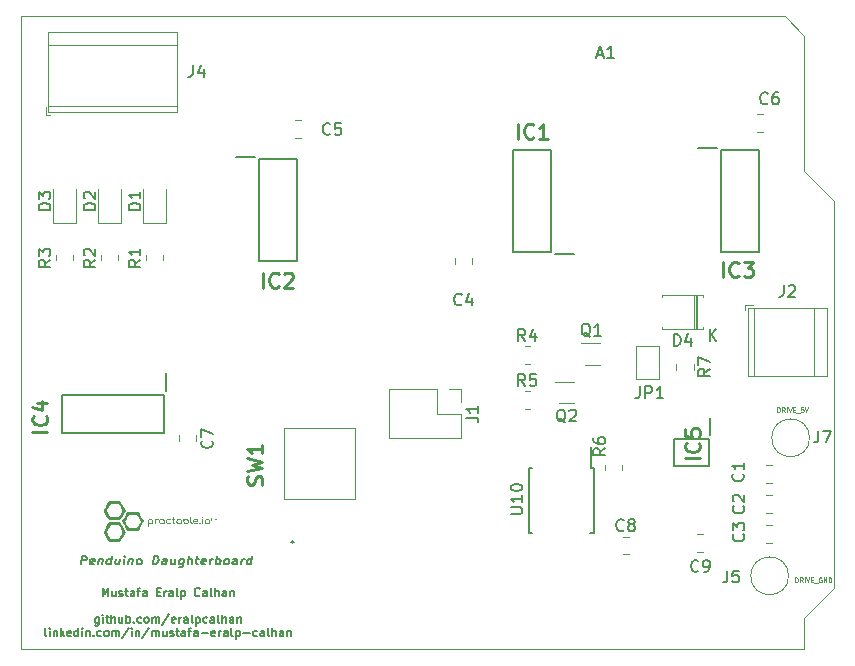
<source format=gbr>
%TF.GenerationSoftware,KiCad,Pcbnew,(6.0.5)*%
%TF.CreationDate,2022-06-24T12:54:37+01:00*%
%TF.ProjectId,Driver PCB,44726976-6572-4205-9043-422e6b696361,0*%
%TF.SameCoordinates,Original*%
%TF.FileFunction,Legend,Top*%
%TF.FilePolarity,Positive*%
%FSLAX46Y46*%
G04 Gerber Fmt 4.6, Leading zero omitted, Abs format (unit mm)*
G04 Created by KiCad (PCBNEW (6.0.5)) date 2022-06-24 12:54:37*
%MOMM*%
%LPD*%
G01*
G04 APERTURE LIST*
%ADD10C,0.150000*%
%ADD11C,0.100000*%
%ADD12C,0.254000*%
%ADD13C,0.120000*%
%ADD14C,0.200000*%
G04 APERTURE END LIST*
D10*
X96346681Y-101383266D02*
X96434181Y-100683266D01*
X96738943Y-100683266D01*
X96810967Y-100716600D01*
X96844895Y-100749933D01*
X96874657Y-100816600D01*
X96862157Y-100916600D01*
X96815729Y-100983266D01*
X96773467Y-101016600D01*
X96693110Y-101049933D01*
X96388348Y-101049933D01*
X97455610Y-101349933D02*
X97375252Y-101383266D01*
X97222872Y-101383266D01*
X97150848Y-101349933D01*
X97121086Y-101283266D01*
X97154419Y-101016600D01*
X97200848Y-100949933D01*
X97281205Y-100916600D01*
X97433586Y-100916600D01*
X97505610Y-100949933D01*
X97535372Y-101016600D01*
X97527038Y-101083266D01*
X97137752Y-101149933D01*
X97890729Y-100916600D02*
X97832395Y-101383266D01*
X97882395Y-100983266D02*
X97924657Y-100949933D01*
X98005014Y-100916600D01*
X98119300Y-100916600D01*
X98191324Y-100949933D01*
X98221086Y-101016600D01*
X98175252Y-101383266D01*
X98899062Y-101383266D02*
X98986562Y-100683266D01*
X98903229Y-101349933D02*
X98822872Y-101383266D01*
X98670491Y-101383266D01*
X98598467Y-101349933D01*
X98564538Y-101316600D01*
X98534776Y-101249933D01*
X98559776Y-101049933D01*
X98606205Y-100983266D01*
X98648467Y-100949933D01*
X98728824Y-100916600D01*
X98881205Y-100916600D01*
X98953229Y-100949933D01*
X99681205Y-100916600D02*
X99622872Y-101383266D01*
X99338348Y-100916600D02*
X99292514Y-101283266D01*
X99322276Y-101349933D01*
X99394300Y-101383266D01*
X99508586Y-101383266D01*
X99588943Y-101349933D01*
X99631205Y-101316600D01*
X100003824Y-101383266D02*
X100062157Y-100916600D01*
X100091324Y-100683266D02*
X100049062Y-100716600D01*
X100082991Y-100749933D01*
X100125252Y-100716600D01*
X100091324Y-100683266D01*
X100082991Y-100749933D01*
X100443110Y-100916600D02*
X100384776Y-101383266D01*
X100434776Y-100983266D02*
X100477038Y-100949933D01*
X100557395Y-100916600D01*
X100671681Y-100916600D01*
X100743705Y-100949933D01*
X100773467Y-101016600D01*
X100727633Y-101383266D01*
X101222872Y-101383266D02*
X101150848Y-101349933D01*
X101116919Y-101316600D01*
X101087157Y-101249933D01*
X101112157Y-101049933D01*
X101158586Y-100983266D01*
X101200848Y-100949933D01*
X101281205Y-100916600D01*
X101395491Y-100916600D01*
X101467514Y-100949933D01*
X101501443Y-100983266D01*
X101531205Y-101049933D01*
X101506205Y-101249933D01*
X101459776Y-101316600D01*
X101417514Y-101349933D01*
X101337157Y-101383266D01*
X101222872Y-101383266D01*
X102441919Y-101383266D02*
X102529419Y-100683266D01*
X102719895Y-100683266D01*
X102830014Y-100716600D01*
X102897872Y-100783266D01*
X102927633Y-100849933D01*
X102949062Y-100983266D01*
X102936562Y-101083266D01*
X102881800Y-101216600D01*
X102835372Y-101283266D01*
X102750848Y-101349933D01*
X102632395Y-101383266D01*
X102441919Y-101383266D01*
X103584776Y-101383266D02*
X103630610Y-101016600D01*
X103600848Y-100949933D01*
X103528824Y-100916600D01*
X103376443Y-100916600D01*
X103296086Y-100949933D01*
X103588943Y-101349933D02*
X103508586Y-101383266D01*
X103318110Y-101383266D01*
X103246086Y-101349933D01*
X103216324Y-101283266D01*
X103224657Y-101216600D01*
X103271086Y-101149933D01*
X103351443Y-101116600D01*
X103541919Y-101116600D01*
X103622276Y-101083266D01*
X104366919Y-100916600D02*
X104308586Y-101383266D01*
X104024062Y-100916600D02*
X103978229Y-101283266D01*
X104007991Y-101349933D01*
X104080014Y-101383266D01*
X104194300Y-101383266D01*
X104274657Y-101349933D01*
X104316919Y-101316600D01*
X105090729Y-100916600D02*
X105019895Y-101483266D01*
X104973467Y-101549933D01*
X104931205Y-101583266D01*
X104850848Y-101616600D01*
X104736562Y-101616600D01*
X104664538Y-101583266D01*
X105036562Y-101349933D02*
X104956205Y-101383266D01*
X104803824Y-101383266D01*
X104731800Y-101349933D01*
X104697872Y-101316600D01*
X104668110Y-101249933D01*
X104693110Y-101049933D01*
X104739538Y-100983266D01*
X104781800Y-100949933D01*
X104862157Y-100916600D01*
X105014538Y-100916600D01*
X105086562Y-100949933D01*
X105413348Y-101383266D02*
X105500848Y-100683266D01*
X105756205Y-101383266D02*
X105802038Y-101016600D01*
X105772276Y-100949933D01*
X105700252Y-100916600D01*
X105585967Y-100916600D01*
X105505610Y-100949933D01*
X105463348Y-100983266D01*
X106081205Y-100916600D02*
X106385967Y-100916600D01*
X106224657Y-100683266D02*
X106149657Y-101283266D01*
X106179419Y-101349933D01*
X106251443Y-101383266D01*
X106327633Y-101383266D01*
X106903229Y-101349933D02*
X106822872Y-101383266D01*
X106670491Y-101383266D01*
X106598467Y-101349933D01*
X106568705Y-101283266D01*
X106602038Y-101016600D01*
X106648467Y-100949933D01*
X106728824Y-100916600D01*
X106881205Y-100916600D01*
X106953229Y-100949933D01*
X106982991Y-101016600D01*
X106974657Y-101083266D01*
X106585372Y-101149933D01*
X107280014Y-101383266D02*
X107338348Y-100916600D01*
X107321681Y-101049933D02*
X107368110Y-100983266D01*
X107410372Y-100949933D01*
X107490729Y-100916600D01*
X107566919Y-100916600D01*
X107775252Y-101383266D02*
X107862752Y-100683266D01*
X107829419Y-100949933D02*
X107909776Y-100916600D01*
X108062157Y-100916600D01*
X108134181Y-100949933D01*
X108168110Y-100983266D01*
X108197872Y-101049933D01*
X108172872Y-101249933D01*
X108126443Y-101316600D01*
X108084181Y-101349933D01*
X108003824Y-101383266D01*
X107851443Y-101383266D01*
X107779419Y-101349933D01*
X108613348Y-101383266D02*
X108541324Y-101349933D01*
X108507395Y-101316600D01*
X108477633Y-101249933D01*
X108502633Y-101049933D01*
X108549062Y-100983266D01*
X108591324Y-100949933D01*
X108671681Y-100916600D01*
X108785967Y-100916600D01*
X108857991Y-100949933D01*
X108891919Y-100983266D01*
X108921681Y-101049933D01*
X108896681Y-101249933D01*
X108850252Y-101316600D01*
X108807991Y-101349933D01*
X108727633Y-101383266D01*
X108613348Y-101383266D01*
X109565729Y-101383266D02*
X109611562Y-101016600D01*
X109581800Y-100949933D01*
X109509776Y-100916600D01*
X109357395Y-100916600D01*
X109277038Y-100949933D01*
X109569895Y-101349933D02*
X109489538Y-101383266D01*
X109299062Y-101383266D01*
X109227038Y-101349933D01*
X109197276Y-101283266D01*
X109205610Y-101216600D01*
X109252038Y-101149933D01*
X109332395Y-101116600D01*
X109522872Y-101116600D01*
X109603229Y-101083266D01*
X109946681Y-101383266D02*
X110005014Y-100916600D01*
X109988348Y-101049933D02*
X110034776Y-100983266D01*
X110077038Y-100949933D01*
X110157395Y-100916600D01*
X110233586Y-100916600D01*
X110784776Y-101383266D02*
X110872276Y-100683266D01*
X110788943Y-101349933D02*
X110708586Y-101383266D01*
X110556205Y-101383266D01*
X110484181Y-101349933D01*
X110450252Y-101316600D01*
X110420491Y-101249933D01*
X110445491Y-101049933D01*
X110491919Y-100983266D01*
X110534181Y-100949933D01*
X110614538Y-100916600D01*
X110766919Y-100916600D01*
X110838943Y-100949933D01*
X98209000Y-104086966D02*
X98209000Y-103386966D01*
X98442333Y-103886966D01*
X98675666Y-103386966D01*
X98675666Y-104086966D01*
X99309000Y-103620300D02*
X99309000Y-104086966D01*
X99009000Y-103620300D02*
X99009000Y-103986966D01*
X99042333Y-104053633D01*
X99109000Y-104086966D01*
X99209000Y-104086966D01*
X99275666Y-104053633D01*
X99309000Y-104020300D01*
X99609000Y-104053633D02*
X99675666Y-104086966D01*
X99809000Y-104086966D01*
X99875666Y-104053633D01*
X99909000Y-103986966D01*
X99909000Y-103953633D01*
X99875666Y-103886966D01*
X99809000Y-103853633D01*
X99709000Y-103853633D01*
X99642333Y-103820300D01*
X99609000Y-103753633D01*
X99609000Y-103720300D01*
X99642333Y-103653633D01*
X99709000Y-103620300D01*
X99809000Y-103620300D01*
X99875666Y-103653633D01*
X100109000Y-103620300D02*
X100375666Y-103620300D01*
X100209000Y-103386966D02*
X100209000Y-103986966D01*
X100242333Y-104053633D01*
X100309000Y-104086966D01*
X100375666Y-104086966D01*
X100909000Y-104086966D02*
X100909000Y-103720300D01*
X100875666Y-103653633D01*
X100809000Y-103620300D01*
X100675666Y-103620300D01*
X100609000Y-103653633D01*
X100909000Y-104053633D02*
X100842333Y-104086966D01*
X100675666Y-104086966D01*
X100609000Y-104053633D01*
X100575666Y-103986966D01*
X100575666Y-103920300D01*
X100609000Y-103853633D01*
X100675666Y-103820300D01*
X100842333Y-103820300D01*
X100909000Y-103786966D01*
X101142333Y-103620300D02*
X101409000Y-103620300D01*
X101242333Y-104086966D02*
X101242333Y-103486966D01*
X101275666Y-103420300D01*
X101342333Y-103386966D01*
X101409000Y-103386966D01*
X101942333Y-104086966D02*
X101942333Y-103720300D01*
X101909000Y-103653633D01*
X101842333Y-103620300D01*
X101709000Y-103620300D01*
X101642333Y-103653633D01*
X101942333Y-104053633D02*
X101875666Y-104086966D01*
X101709000Y-104086966D01*
X101642333Y-104053633D01*
X101609000Y-103986966D01*
X101609000Y-103920300D01*
X101642333Y-103853633D01*
X101709000Y-103820300D01*
X101875666Y-103820300D01*
X101942333Y-103786966D01*
X102809000Y-103720300D02*
X103042333Y-103720300D01*
X103142333Y-104086966D02*
X102809000Y-104086966D01*
X102809000Y-103386966D01*
X103142333Y-103386966D01*
X103442333Y-104086966D02*
X103442333Y-103620300D01*
X103442333Y-103753633D02*
X103475666Y-103686966D01*
X103509000Y-103653633D01*
X103575666Y-103620300D01*
X103642333Y-103620300D01*
X104175666Y-104086966D02*
X104175666Y-103720300D01*
X104142333Y-103653633D01*
X104075666Y-103620300D01*
X103942333Y-103620300D01*
X103875666Y-103653633D01*
X104175666Y-104053633D02*
X104109000Y-104086966D01*
X103942333Y-104086966D01*
X103875666Y-104053633D01*
X103842333Y-103986966D01*
X103842333Y-103920300D01*
X103875666Y-103853633D01*
X103942333Y-103820300D01*
X104109000Y-103820300D01*
X104175666Y-103786966D01*
X104609000Y-104086966D02*
X104542333Y-104053633D01*
X104509000Y-103986966D01*
X104509000Y-103386966D01*
X104875666Y-103620300D02*
X104875666Y-104320300D01*
X104875666Y-103653633D02*
X104942333Y-103620300D01*
X105075666Y-103620300D01*
X105142333Y-103653633D01*
X105175666Y-103686966D01*
X105209000Y-103753633D01*
X105209000Y-103953633D01*
X105175666Y-104020300D01*
X105142333Y-104053633D01*
X105075666Y-104086966D01*
X104942333Y-104086966D01*
X104875666Y-104053633D01*
X106442333Y-104020300D02*
X106409000Y-104053633D01*
X106309000Y-104086966D01*
X106242333Y-104086966D01*
X106142333Y-104053633D01*
X106075666Y-103986966D01*
X106042333Y-103920300D01*
X106009000Y-103786966D01*
X106009000Y-103686966D01*
X106042333Y-103553633D01*
X106075666Y-103486966D01*
X106142333Y-103420300D01*
X106242333Y-103386966D01*
X106309000Y-103386966D01*
X106409000Y-103420300D01*
X106442333Y-103453633D01*
X107042333Y-104086966D02*
X107042333Y-103720300D01*
X107009000Y-103653633D01*
X106942333Y-103620300D01*
X106809000Y-103620300D01*
X106742333Y-103653633D01*
X107042333Y-104053633D02*
X106975666Y-104086966D01*
X106809000Y-104086966D01*
X106742333Y-104053633D01*
X106709000Y-103986966D01*
X106709000Y-103920300D01*
X106742333Y-103853633D01*
X106809000Y-103820300D01*
X106975666Y-103820300D01*
X107042333Y-103786966D01*
X107475666Y-104086966D02*
X107409000Y-104053633D01*
X107375666Y-103986966D01*
X107375666Y-103386966D01*
X107742333Y-104086966D02*
X107742333Y-103386966D01*
X108042333Y-104086966D02*
X108042333Y-103720300D01*
X108009000Y-103653633D01*
X107942333Y-103620300D01*
X107842333Y-103620300D01*
X107775666Y-103653633D01*
X107742333Y-103686966D01*
X108675666Y-104086966D02*
X108675666Y-103720300D01*
X108642333Y-103653633D01*
X108575666Y-103620300D01*
X108442333Y-103620300D01*
X108375666Y-103653633D01*
X108675666Y-104053633D02*
X108609000Y-104086966D01*
X108442333Y-104086966D01*
X108375666Y-104053633D01*
X108342333Y-103986966D01*
X108342333Y-103920300D01*
X108375666Y-103853633D01*
X108442333Y-103820300D01*
X108609000Y-103820300D01*
X108675666Y-103786966D01*
X109009000Y-103620300D02*
X109009000Y-104086966D01*
X109009000Y-103686966D02*
X109042333Y-103653633D01*
X109109000Y-103620300D01*
X109209000Y-103620300D01*
X109275666Y-103653633D01*
X109309000Y-103720300D01*
X109309000Y-104086966D01*
X97892333Y-105874300D02*
X97892333Y-106440966D01*
X97859000Y-106507633D01*
X97825666Y-106540966D01*
X97759000Y-106574300D01*
X97659000Y-106574300D01*
X97592333Y-106540966D01*
X97892333Y-106307633D02*
X97825666Y-106340966D01*
X97692333Y-106340966D01*
X97625666Y-106307633D01*
X97592333Y-106274300D01*
X97559000Y-106207633D01*
X97559000Y-106007633D01*
X97592333Y-105940966D01*
X97625666Y-105907633D01*
X97692333Y-105874300D01*
X97825666Y-105874300D01*
X97892333Y-105907633D01*
X98225666Y-106340966D02*
X98225666Y-105874300D01*
X98225666Y-105640966D02*
X98192333Y-105674300D01*
X98225666Y-105707633D01*
X98259000Y-105674300D01*
X98225666Y-105640966D01*
X98225666Y-105707633D01*
X98459000Y-105874300D02*
X98725666Y-105874300D01*
X98559000Y-105640966D02*
X98559000Y-106240966D01*
X98592333Y-106307633D01*
X98659000Y-106340966D01*
X98725666Y-106340966D01*
X98959000Y-106340966D02*
X98959000Y-105640966D01*
X99259000Y-106340966D02*
X99259000Y-105974300D01*
X99225666Y-105907633D01*
X99159000Y-105874300D01*
X99059000Y-105874300D01*
X98992333Y-105907633D01*
X98959000Y-105940966D01*
X99892333Y-105874300D02*
X99892333Y-106340966D01*
X99592333Y-105874300D02*
X99592333Y-106240966D01*
X99625666Y-106307633D01*
X99692333Y-106340966D01*
X99792333Y-106340966D01*
X99859000Y-106307633D01*
X99892333Y-106274300D01*
X100225666Y-106340966D02*
X100225666Y-105640966D01*
X100225666Y-105907633D02*
X100292333Y-105874300D01*
X100425666Y-105874300D01*
X100492333Y-105907633D01*
X100525666Y-105940966D01*
X100559000Y-106007633D01*
X100559000Y-106207633D01*
X100525666Y-106274300D01*
X100492333Y-106307633D01*
X100425666Y-106340966D01*
X100292333Y-106340966D01*
X100225666Y-106307633D01*
X100859000Y-106274300D02*
X100892333Y-106307633D01*
X100859000Y-106340966D01*
X100825666Y-106307633D01*
X100859000Y-106274300D01*
X100859000Y-106340966D01*
X101492333Y-106307633D02*
X101425666Y-106340966D01*
X101292333Y-106340966D01*
X101225666Y-106307633D01*
X101192333Y-106274300D01*
X101159000Y-106207633D01*
X101159000Y-106007633D01*
X101192333Y-105940966D01*
X101225666Y-105907633D01*
X101292333Y-105874300D01*
X101425666Y-105874300D01*
X101492333Y-105907633D01*
X101892333Y-106340966D02*
X101825666Y-106307633D01*
X101792333Y-106274300D01*
X101759000Y-106207633D01*
X101759000Y-106007633D01*
X101792333Y-105940966D01*
X101825666Y-105907633D01*
X101892333Y-105874300D01*
X101992333Y-105874300D01*
X102059000Y-105907633D01*
X102092333Y-105940966D01*
X102125666Y-106007633D01*
X102125666Y-106207633D01*
X102092333Y-106274300D01*
X102059000Y-106307633D01*
X101992333Y-106340966D01*
X101892333Y-106340966D01*
X102425666Y-106340966D02*
X102425666Y-105874300D01*
X102425666Y-105940966D02*
X102459000Y-105907633D01*
X102525666Y-105874300D01*
X102625666Y-105874300D01*
X102692333Y-105907633D01*
X102725666Y-105974300D01*
X102725666Y-106340966D01*
X102725666Y-105974300D02*
X102759000Y-105907633D01*
X102825666Y-105874300D01*
X102925666Y-105874300D01*
X102992333Y-105907633D01*
X103025666Y-105974300D01*
X103025666Y-106340966D01*
X103859000Y-105607633D02*
X103259000Y-106507633D01*
X104359000Y-106307633D02*
X104292333Y-106340966D01*
X104159000Y-106340966D01*
X104092333Y-106307633D01*
X104059000Y-106240966D01*
X104059000Y-105974300D01*
X104092333Y-105907633D01*
X104159000Y-105874300D01*
X104292333Y-105874300D01*
X104359000Y-105907633D01*
X104392333Y-105974300D01*
X104392333Y-106040966D01*
X104059000Y-106107633D01*
X104692333Y-106340966D02*
X104692333Y-105874300D01*
X104692333Y-106007633D02*
X104725666Y-105940966D01*
X104759000Y-105907633D01*
X104825666Y-105874300D01*
X104892333Y-105874300D01*
X105425666Y-106340966D02*
X105425666Y-105974300D01*
X105392333Y-105907633D01*
X105325666Y-105874300D01*
X105192333Y-105874300D01*
X105125666Y-105907633D01*
X105425666Y-106307633D02*
X105359000Y-106340966D01*
X105192333Y-106340966D01*
X105125666Y-106307633D01*
X105092333Y-106240966D01*
X105092333Y-106174300D01*
X105125666Y-106107633D01*
X105192333Y-106074300D01*
X105359000Y-106074300D01*
X105425666Y-106040966D01*
X105859000Y-106340966D02*
X105792333Y-106307633D01*
X105759000Y-106240966D01*
X105759000Y-105640966D01*
X106125666Y-105874300D02*
X106125666Y-106574300D01*
X106125666Y-105907633D02*
X106192333Y-105874300D01*
X106325666Y-105874300D01*
X106392333Y-105907633D01*
X106425666Y-105940966D01*
X106459000Y-106007633D01*
X106459000Y-106207633D01*
X106425666Y-106274300D01*
X106392333Y-106307633D01*
X106325666Y-106340966D01*
X106192333Y-106340966D01*
X106125666Y-106307633D01*
X107059000Y-106307633D02*
X106992333Y-106340966D01*
X106859000Y-106340966D01*
X106792333Y-106307633D01*
X106759000Y-106274300D01*
X106725666Y-106207633D01*
X106725666Y-106007633D01*
X106759000Y-105940966D01*
X106792333Y-105907633D01*
X106859000Y-105874300D01*
X106992333Y-105874300D01*
X107059000Y-105907633D01*
X107659000Y-106340966D02*
X107659000Y-105974300D01*
X107625666Y-105907633D01*
X107559000Y-105874300D01*
X107425666Y-105874300D01*
X107359000Y-105907633D01*
X107659000Y-106307633D02*
X107592333Y-106340966D01*
X107425666Y-106340966D01*
X107359000Y-106307633D01*
X107325666Y-106240966D01*
X107325666Y-106174300D01*
X107359000Y-106107633D01*
X107425666Y-106074300D01*
X107592333Y-106074300D01*
X107659000Y-106040966D01*
X108092333Y-106340966D02*
X108025666Y-106307633D01*
X107992333Y-106240966D01*
X107992333Y-105640966D01*
X108359000Y-106340966D02*
X108359000Y-105640966D01*
X108659000Y-106340966D02*
X108659000Y-105974300D01*
X108625666Y-105907633D01*
X108559000Y-105874300D01*
X108459000Y-105874300D01*
X108392333Y-105907633D01*
X108359000Y-105940966D01*
X109292333Y-106340966D02*
X109292333Y-105974300D01*
X109259000Y-105907633D01*
X109192333Y-105874300D01*
X109059000Y-105874300D01*
X108992333Y-105907633D01*
X109292333Y-106307633D02*
X109225666Y-106340966D01*
X109059000Y-106340966D01*
X108992333Y-106307633D01*
X108959000Y-106240966D01*
X108959000Y-106174300D01*
X108992333Y-106107633D01*
X109059000Y-106074300D01*
X109225666Y-106074300D01*
X109292333Y-106040966D01*
X109625666Y-105874300D02*
X109625666Y-106340966D01*
X109625666Y-105940966D02*
X109659000Y-105907633D01*
X109725666Y-105874300D01*
X109825666Y-105874300D01*
X109892333Y-105907633D01*
X109925666Y-105974300D01*
X109925666Y-106340966D01*
X93459000Y-107467966D02*
X93392333Y-107434633D01*
X93359000Y-107367966D01*
X93359000Y-106767966D01*
X93725666Y-107467966D02*
X93725666Y-107001300D01*
X93725666Y-106767966D02*
X93692333Y-106801300D01*
X93725666Y-106834633D01*
X93759000Y-106801300D01*
X93725666Y-106767966D01*
X93725666Y-106834633D01*
X94059000Y-107001300D02*
X94059000Y-107467966D01*
X94059000Y-107067966D02*
X94092333Y-107034633D01*
X94159000Y-107001300D01*
X94259000Y-107001300D01*
X94325666Y-107034633D01*
X94359000Y-107101300D01*
X94359000Y-107467966D01*
X94692333Y-107467966D02*
X94692333Y-106767966D01*
X94759000Y-107201300D02*
X94959000Y-107467966D01*
X94959000Y-107001300D02*
X94692333Y-107267966D01*
X95525666Y-107434633D02*
X95459000Y-107467966D01*
X95325666Y-107467966D01*
X95259000Y-107434633D01*
X95225666Y-107367966D01*
X95225666Y-107101300D01*
X95259000Y-107034633D01*
X95325666Y-107001300D01*
X95459000Y-107001300D01*
X95525666Y-107034633D01*
X95559000Y-107101300D01*
X95559000Y-107167966D01*
X95225666Y-107234633D01*
X96159000Y-107467966D02*
X96159000Y-106767966D01*
X96159000Y-107434633D02*
X96092333Y-107467966D01*
X95959000Y-107467966D01*
X95892333Y-107434633D01*
X95859000Y-107401300D01*
X95825666Y-107334633D01*
X95825666Y-107134633D01*
X95859000Y-107067966D01*
X95892333Y-107034633D01*
X95959000Y-107001300D01*
X96092333Y-107001300D01*
X96159000Y-107034633D01*
X96492333Y-107467966D02*
X96492333Y-107001300D01*
X96492333Y-106767966D02*
X96459000Y-106801300D01*
X96492333Y-106834633D01*
X96525666Y-106801300D01*
X96492333Y-106767966D01*
X96492333Y-106834633D01*
X96825666Y-107001300D02*
X96825666Y-107467966D01*
X96825666Y-107067966D02*
X96859000Y-107034633D01*
X96925666Y-107001300D01*
X97025666Y-107001300D01*
X97092333Y-107034633D01*
X97125666Y-107101300D01*
X97125666Y-107467966D01*
X97459000Y-107401300D02*
X97492333Y-107434633D01*
X97459000Y-107467966D01*
X97425666Y-107434633D01*
X97459000Y-107401300D01*
X97459000Y-107467966D01*
X98092333Y-107434633D02*
X98025666Y-107467966D01*
X97892333Y-107467966D01*
X97825666Y-107434633D01*
X97792333Y-107401300D01*
X97759000Y-107334633D01*
X97759000Y-107134633D01*
X97792333Y-107067966D01*
X97825666Y-107034633D01*
X97892333Y-107001300D01*
X98025666Y-107001300D01*
X98092333Y-107034633D01*
X98492333Y-107467966D02*
X98425666Y-107434633D01*
X98392333Y-107401300D01*
X98359000Y-107334633D01*
X98359000Y-107134633D01*
X98392333Y-107067966D01*
X98425666Y-107034633D01*
X98492333Y-107001300D01*
X98592333Y-107001300D01*
X98659000Y-107034633D01*
X98692333Y-107067966D01*
X98725666Y-107134633D01*
X98725666Y-107334633D01*
X98692333Y-107401300D01*
X98659000Y-107434633D01*
X98592333Y-107467966D01*
X98492333Y-107467966D01*
X99025666Y-107467966D02*
X99025666Y-107001300D01*
X99025666Y-107067966D02*
X99059000Y-107034633D01*
X99125666Y-107001300D01*
X99225666Y-107001300D01*
X99292333Y-107034633D01*
X99325666Y-107101300D01*
X99325666Y-107467966D01*
X99325666Y-107101300D02*
X99359000Y-107034633D01*
X99425666Y-107001300D01*
X99525666Y-107001300D01*
X99592333Y-107034633D01*
X99625666Y-107101300D01*
X99625666Y-107467966D01*
X100459000Y-106734633D02*
X99859000Y-107634633D01*
X100692333Y-107467966D02*
X100692333Y-107001300D01*
X100692333Y-106767966D02*
X100659000Y-106801300D01*
X100692333Y-106834633D01*
X100725666Y-106801300D01*
X100692333Y-106767966D01*
X100692333Y-106834633D01*
X101025666Y-107001300D02*
X101025666Y-107467966D01*
X101025666Y-107067966D02*
X101059000Y-107034633D01*
X101125666Y-107001300D01*
X101225666Y-107001300D01*
X101292333Y-107034633D01*
X101325666Y-107101300D01*
X101325666Y-107467966D01*
X102159000Y-106734633D02*
X101559000Y-107634633D01*
X102392333Y-107467966D02*
X102392333Y-107001300D01*
X102392333Y-107067966D02*
X102425666Y-107034633D01*
X102492333Y-107001300D01*
X102592333Y-107001300D01*
X102659000Y-107034633D01*
X102692333Y-107101300D01*
X102692333Y-107467966D01*
X102692333Y-107101300D02*
X102725666Y-107034633D01*
X102792333Y-107001300D01*
X102892333Y-107001300D01*
X102959000Y-107034633D01*
X102992333Y-107101300D01*
X102992333Y-107467966D01*
X103625666Y-107001300D02*
X103625666Y-107467966D01*
X103325666Y-107001300D02*
X103325666Y-107367966D01*
X103359000Y-107434633D01*
X103425666Y-107467966D01*
X103525666Y-107467966D01*
X103592333Y-107434633D01*
X103625666Y-107401300D01*
X103925666Y-107434633D02*
X103992333Y-107467966D01*
X104125666Y-107467966D01*
X104192333Y-107434633D01*
X104225666Y-107367966D01*
X104225666Y-107334633D01*
X104192333Y-107267966D01*
X104125666Y-107234633D01*
X104025666Y-107234633D01*
X103959000Y-107201300D01*
X103925666Y-107134633D01*
X103925666Y-107101300D01*
X103959000Y-107034633D01*
X104025666Y-107001300D01*
X104125666Y-107001300D01*
X104192333Y-107034633D01*
X104425666Y-107001300D02*
X104692333Y-107001300D01*
X104525666Y-106767966D02*
X104525666Y-107367966D01*
X104559000Y-107434633D01*
X104625666Y-107467966D01*
X104692333Y-107467966D01*
X105225666Y-107467966D02*
X105225666Y-107101300D01*
X105192333Y-107034633D01*
X105125666Y-107001300D01*
X104992333Y-107001300D01*
X104925666Y-107034633D01*
X105225666Y-107434633D02*
X105159000Y-107467966D01*
X104992333Y-107467966D01*
X104925666Y-107434633D01*
X104892333Y-107367966D01*
X104892333Y-107301300D01*
X104925666Y-107234633D01*
X104992333Y-107201300D01*
X105159000Y-107201300D01*
X105225666Y-107167966D01*
X105459000Y-107001300D02*
X105725666Y-107001300D01*
X105559000Y-107467966D02*
X105559000Y-106867966D01*
X105592333Y-106801300D01*
X105659000Y-106767966D01*
X105725666Y-106767966D01*
X106259000Y-107467966D02*
X106259000Y-107101300D01*
X106225666Y-107034633D01*
X106159000Y-107001300D01*
X106025666Y-107001300D01*
X105959000Y-107034633D01*
X106259000Y-107434633D02*
X106192333Y-107467966D01*
X106025666Y-107467966D01*
X105959000Y-107434633D01*
X105925666Y-107367966D01*
X105925666Y-107301300D01*
X105959000Y-107234633D01*
X106025666Y-107201300D01*
X106192333Y-107201300D01*
X106259000Y-107167966D01*
X106592333Y-107201300D02*
X107125666Y-107201300D01*
X107725666Y-107434633D02*
X107659000Y-107467966D01*
X107525666Y-107467966D01*
X107459000Y-107434633D01*
X107425666Y-107367966D01*
X107425666Y-107101300D01*
X107459000Y-107034633D01*
X107525666Y-107001300D01*
X107659000Y-107001300D01*
X107725666Y-107034633D01*
X107759000Y-107101300D01*
X107759000Y-107167966D01*
X107425666Y-107234633D01*
X108059000Y-107467966D02*
X108059000Y-107001300D01*
X108059000Y-107134633D02*
X108092333Y-107067966D01*
X108125666Y-107034633D01*
X108192333Y-107001300D01*
X108259000Y-107001300D01*
X108792333Y-107467966D02*
X108792333Y-107101300D01*
X108759000Y-107034633D01*
X108692333Y-107001300D01*
X108559000Y-107001300D01*
X108492333Y-107034633D01*
X108792333Y-107434633D02*
X108725666Y-107467966D01*
X108559000Y-107467966D01*
X108492333Y-107434633D01*
X108459000Y-107367966D01*
X108459000Y-107301300D01*
X108492333Y-107234633D01*
X108559000Y-107201300D01*
X108725666Y-107201300D01*
X108792333Y-107167966D01*
X109225666Y-107467966D02*
X109159000Y-107434633D01*
X109125666Y-107367966D01*
X109125666Y-106767966D01*
X109492333Y-107001300D02*
X109492333Y-107701300D01*
X109492333Y-107034633D02*
X109559000Y-107001300D01*
X109692333Y-107001300D01*
X109759000Y-107034633D01*
X109792333Y-107067966D01*
X109825666Y-107134633D01*
X109825666Y-107334633D01*
X109792333Y-107401300D01*
X109759000Y-107434633D01*
X109692333Y-107467966D01*
X109559000Y-107467966D01*
X109492333Y-107434633D01*
X110125666Y-107201300D02*
X110659000Y-107201300D01*
X111292333Y-107434633D02*
X111225666Y-107467966D01*
X111092333Y-107467966D01*
X111025666Y-107434633D01*
X110992333Y-107401300D01*
X110959000Y-107334633D01*
X110959000Y-107134633D01*
X110992333Y-107067966D01*
X111025666Y-107034633D01*
X111092333Y-107001300D01*
X111225666Y-107001300D01*
X111292333Y-107034633D01*
X111892333Y-107467966D02*
X111892333Y-107101300D01*
X111859000Y-107034633D01*
X111792333Y-107001300D01*
X111659000Y-107001300D01*
X111592333Y-107034633D01*
X111892333Y-107434633D02*
X111825666Y-107467966D01*
X111659000Y-107467966D01*
X111592333Y-107434633D01*
X111559000Y-107367966D01*
X111559000Y-107301300D01*
X111592333Y-107234633D01*
X111659000Y-107201300D01*
X111825666Y-107201300D01*
X111892333Y-107167966D01*
X112325666Y-107467966D02*
X112259000Y-107434633D01*
X112225666Y-107367966D01*
X112225666Y-106767966D01*
X112592333Y-107467966D02*
X112592333Y-106767966D01*
X112892333Y-107467966D02*
X112892333Y-107101300D01*
X112859000Y-107034633D01*
X112792333Y-107001300D01*
X112692333Y-107001300D01*
X112625666Y-107034633D01*
X112592333Y-107067966D01*
X113525666Y-107467966D02*
X113525666Y-107101300D01*
X113492333Y-107034633D01*
X113425666Y-107001300D01*
X113292333Y-107001300D01*
X113225666Y-107034633D01*
X113525666Y-107434633D02*
X113459000Y-107467966D01*
X113292333Y-107467966D01*
X113225666Y-107434633D01*
X113192333Y-107367966D01*
X113192333Y-107301300D01*
X113225666Y-107234633D01*
X113292333Y-107201300D01*
X113459000Y-107201300D01*
X113525666Y-107167966D01*
X113859000Y-107001300D02*
X113859000Y-107467966D01*
X113859000Y-107067966D02*
X113892333Y-107034633D01*
X113959000Y-107001300D01*
X114059000Y-107001300D01*
X114125666Y-107034633D01*
X114159000Y-107101300D01*
X114159000Y-107467966D01*
D11*
X156854714Y-102898552D02*
X156854714Y-102498552D01*
X156949952Y-102498552D01*
X157007095Y-102517600D01*
X157045190Y-102555695D01*
X157064238Y-102593790D01*
X157083285Y-102669980D01*
X157083285Y-102727123D01*
X157064238Y-102803314D01*
X157045190Y-102841409D01*
X157007095Y-102879504D01*
X156949952Y-102898552D01*
X156854714Y-102898552D01*
X157483285Y-102898552D02*
X157349952Y-102708076D01*
X157254714Y-102898552D02*
X157254714Y-102498552D01*
X157407095Y-102498552D01*
X157445190Y-102517600D01*
X157464238Y-102536647D01*
X157483285Y-102574742D01*
X157483285Y-102631885D01*
X157464238Y-102669980D01*
X157445190Y-102689028D01*
X157407095Y-102708076D01*
X157254714Y-102708076D01*
X157654714Y-102898552D02*
X157654714Y-102498552D01*
X157788047Y-102498552D02*
X157921380Y-102898552D01*
X158054714Y-102498552D01*
X158188047Y-102689028D02*
X158321380Y-102689028D01*
X158378523Y-102898552D02*
X158188047Y-102898552D01*
X158188047Y-102498552D01*
X158378523Y-102498552D01*
X158454714Y-102936647D02*
X158759476Y-102936647D01*
X159064238Y-102517600D02*
X159026142Y-102498552D01*
X158969000Y-102498552D01*
X158911857Y-102517600D01*
X158873761Y-102555695D01*
X158854714Y-102593790D01*
X158835666Y-102669980D01*
X158835666Y-102727123D01*
X158854714Y-102803314D01*
X158873761Y-102841409D01*
X158911857Y-102879504D01*
X158969000Y-102898552D01*
X159007095Y-102898552D01*
X159064238Y-102879504D01*
X159083285Y-102860457D01*
X159083285Y-102727123D01*
X159007095Y-102727123D01*
X159254714Y-102898552D02*
X159254714Y-102498552D01*
X159483285Y-102898552D01*
X159483285Y-102498552D01*
X159673761Y-102898552D02*
X159673761Y-102498552D01*
X159769000Y-102498552D01*
X159826142Y-102517600D01*
X159864238Y-102555695D01*
X159883285Y-102593790D01*
X159902333Y-102669980D01*
X159902333Y-102727123D01*
X159883285Y-102803314D01*
X159864238Y-102841409D01*
X159826142Y-102879504D01*
X159769000Y-102898552D01*
X159673761Y-102898552D01*
X155349733Y-88496752D02*
X155349733Y-88096752D01*
X155444971Y-88096752D01*
X155502114Y-88115800D01*
X155540209Y-88153895D01*
X155559257Y-88191990D01*
X155578304Y-88268180D01*
X155578304Y-88325323D01*
X155559257Y-88401514D01*
X155540209Y-88439609D01*
X155502114Y-88477704D01*
X155444971Y-88496752D01*
X155349733Y-88496752D01*
X155978304Y-88496752D02*
X155844971Y-88306276D01*
X155749733Y-88496752D02*
X155749733Y-88096752D01*
X155902114Y-88096752D01*
X155940209Y-88115800D01*
X155959257Y-88134847D01*
X155978304Y-88172942D01*
X155978304Y-88230085D01*
X155959257Y-88268180D01*
X155940209Y-88287228D01*
X155902114Y-88306276D01*
X155749733Y-88306276D01*
X156149733Y-88496752D02*
X156149733Y-88096752D01*
X156283066Y-88096752D02*
X156416400Y-88496752D01*
X156549733Y-88096752D01*
X156683066Y-88287228D02*
X156816400Y-88287228D01*
X156873542Y-88496752D02*
X156683066Y-88496752D01*
X156683066Y-88096752D01*
X156873542Y-88096752D01*
X156949733Y-88534847D02*
X157254495Y-88534847D01*
X157540209Y-88096752D02*
X157349733Y-88096752D01*
X157330685Y-88287228D01*
X157349733Y-88268180D01*
X157387828Y-88249133D01*
X157483066Y-88249133D01*
X157521161Y-88268180D01*
X157540209Y-88287228D01*
X157559257Y-88325323D01*
X157559257Y-88420561D01*
X157540209Y-88458657D01*
X157521161Y-88477704D01*
X157483066Y-88496752D01*
X157387828Y-88496752D01*
X157349733Y-88477704D01*
X157330685Y-88458657D01*
X157673542Y-88096752D02*
X157806876Y-88496752D01*
X157940209Y-88096752D01*
D10*
%TO.C,D4*%
X146581904Y-82882380D02*
X146581904Y-81882380D01*
X146820000Y-81882380D01*
X146962857Y-81930000D01*
X147058095Y-82025238D01*
X147105714Y-82120476D01*
X147153333Y-82310952D01*
X147153333Y-82453809D01*
X147105714Y-82644285D01*
X147058095Y-82739523D01*
X146962857Y-82834761D01*
X146820000Y-82882380D01*
X146581904Y-82882380D01*
X148010476Y-82215714D02*
X148010476Y-82882380D01*
X147772380Y-81834761D02*
X147534285Y-82549047D01*
X148153333Y-82549047D01*
X149598095Y-82462380D02*
X149598095Y-81462380D01*
X150169523Y-82462380D02*
X149740952Y-81890952D01*
X150169523Y-81462380D02*
X149598095Y-82033809D01*
%TO.C,R3*%
X93798380Y-75597666D02*
X93322190Y-75931000D01*
X93798380Y-76169095D02*
X92798380Y-76169095D01*
X92798380Y-75788142D01*
X92846000Y-75692904D01*
X92893619Y-75645285D01*
X92988857Y-75597666D01*
X93131714Y-75597666D01*
X93226952Y-75645285D01*
X93274571Y-75692904D01*
X93322190Y-75788142D01*
X93322190Y-76169095D01*
X92798380Y-75264333D02*
X92798380Y-74645285D01*
X93179333Y-74978619D01*
X93179333Y-74835761D01*
X93226952Y-74740523D01*
X93274571Y-74692904D01*
X93369809Y-74645285D01*
X93607904Y-74645285D01*
X93703142Y-74692904D01*
X93750761Y-74740523D01*
X93798380Y-74835761D01*
X93798380Y-75121476D01*
X93750761Y-75216714D01*
X93703142Y-75264333D01*
%TO.C,Q2*%
X137394961Y-89371419D02*
X137299723Y-89323800D01*
X137204485Y-89228561D01*
X137061628Y-89085704D01*
X136966390Y-89038085D01*
X136871152Y-89038085D01*
X136918771Y-89276180D02*
X136823533Y-89228561D01*
X136728295Y-89133323D01*
X136680676Y-88942847D01*
X136680676Y-88609514D01*
X136728295Y-88419038D01*
X136823533Y-88323800D01*
X136918771Y-88276180D01*
X137109247Y-88276180D01*
X137204485Y-88323800D01*
X137299723Y-88419038D01*
X137347342Y-88609514D01*
X137347342Y-88942847D01*
X137299723Y-89133323D01*
X137204485Y-89228561D01*
X137109247Y-89276180D01*
X136918771Y-89276180D01*
X137728295Y-88371419D02*
X137775914Y-88323800D01*
X137871152Y-88276180D01*
X138109247Y-88276180D01*
X138204485Y-88323800D01*
X138252104Y-88371419D01*
X138299723Y-88466657D01*
X138299723Y-88561895D01*
X138252104Y-88704752D01*
X137680676Y-89276180D01*
X138299723Y-89276180D01*
%TO.C,J4*%
X105864066Y-59116980D02*
X105864066Y-59831266D01*
X105816447Y-59974123D01*
X105721209Y-60069361D01*
X105578352Y-60116980D01*
X105483114Y-60116980D01*
X106768828Y-59450314D02*
X106768828Y-60116980D01*
X106530733Y-59069361D02*
X106292638Y-59783647D01*
X106911685Y-59783647D01*
D12*
%TO.C,IC3*%
X150728438Y-77053923D02*
X150728438Y-75783923D01*
X152058914Y-76932971D02*
X151998438Y-76993447D01*
X151817009Y-77053923D01*
X151696057Y-77053923D01*
X151514628Y-76993447D01*
X151393676Y-76872495D01*
X151333200Y-76751542D01*
X151272723Y-76509638D01*
X151272723Y-76328209D01*
X151333200Y-76086304D01*
X151393676Y-75965352D01*
X151514628Y-75844400D01*
X151696057Y-75783923D01*
X151817009Y-75783923D01*
X151998438Y-75844400D01*
X152058914Y-75904876D01*
X152482247Y-75783923D02*
X153268438Y-75783923D01*
X152845104Y-76267733D01*
X153026533Y-76267733D01*
X153147485Y-76328209D01*
X153207961Y-76388685D01*
X153268438Y-76509638D01*
X153268438Y-76812019D01*
X153207961Y-76932971D01*
X153147485Y-76993447D01*
X153026533Y-77053923D01*
X152663676Y-77053923D01*
X152542723Y-76993447D01*
X152482247Y-76932971D01*
%TO.C,IC2*%
X111790238Y-77968323D02*
X111790238Y-76698323D01*
X113120714Y-77847371D02*
X113060238Y-77907847D01*
X112878809Y-77968323D01*
X112757857Y-77968323D01*
X112576428Y-77907847D01*
X112455476Y-77786895D01*
X112395000Y-77665942D01*
X112334523Y-77424038D01*
X112334523Y-77242609D01*
X112395000Y-77000704D01*
X112455476Y-76879752D01*
X112576428Y-76758800D01*
X112757857Y-76698323D01*
X112878809Y-76698323D01*
X113060238Y-76758800D01*
X113120714Y-76819276D01*
X113604523Y-76819276D02*
X113665000Y-76758800D01*
X113785952Y-76698323D01*
X114088333Y-76698323D01*
X114209285Y-76758800D01*
X114269761Y-76819276D01*
X114330238Y-76940228D01*
X114330238Y-77061180D01*
X114269761Y-77242609D01*
X113544047Y-77968323D01*
X114330238Y-77968323D01*
D10*
%TO.C,C8*%
X142327333Y-98477642D02*
X142279714Y-98525261D01*
X142136857Y-98572880D01*
X142041619Y-98572880D01*
X141898761Y-98525261D01*
X141803523Y-98430023D01*
X141755904Y-98334785D01*
X141708285Y-98144309D01*
X141708285Y-98001452D01*
X141755904Y-97810976D01*
X141803523Y-97715738D01*
X141898761Y-97620500D01*
X142041619Y-97572880D01*
X142136857Y-97572880D01*
X142279714Y-97620500D01*
X142327333Y-97668119D01*
X142898761Y-98001452D02*
X142803523Y-97953833D01*
X142755904Y-97906214D01*
X142708285Y-97810976D01*
X142708285Y-97763357D01*
X142755904Y-97668119D01*
X142803523Y-97620500D01*
X142898761Y-97572880D01*
X143089238Y-97572880D01*
X143184476Y-97620500D01*
X143232095Y-97668119D01*
X143279714Y-97763357D01*
X143279714Y-97810976D01*
X143232095Y-97906214D01*
X143184476Y-97953833D01*
X143089238Y-98001452D01*
X142898761Y-98001452D01*
X142803523Y-98049071D01*
X142755904Y-98096690D01*
X142708285Y-98191928D01*
X142708285Y-98382404D01*
X142755904Y-98477642D01*
X142803523Y-98525261D01*
X142898761Y-98572880D01*
X143089238Y-98572880D01*
X143184476Y-98525261D01*
X143232095Y-98477642D01*
X143279714Y-98382404D01*
X143279714Y-98191928D01*
X143232095Y-98096690D01*
X143184476Y-98049071D01*
X143089238Y-98001452D01*
%TO.C,Q1*%
X139503161Y-82107019D02*
X139407923Y-82059400D01*
X139312685Y-81964161D01*
X139169828Y-81821304D01*
X139074590Y-81773685D01*
X138979352Y-81773685D01*
X139026971Y-82011780D02*
X138931733Y-81964161D01*
X138836495Y-81868923D01*
X138788876Y-81678447D01*
X138788876Y-81345114D01*
X138836495Y-81154638D01*
X138931733Y-81059400D01*
X139026971Y-81011780D01*
X139217447Y-81011780D01*
X139312685Y-81059400D01*
X139407923Y-81154638D01*
X139455542Y-81345114D01*
X139455542Y-81678447D01*
X139407923Y-81868923D01*
X139312685Y-81964161D01*
X139217447Y-82011780D01*
X139026971Y-82011780D01*
X140407923Y-82011780D02*
X139836495Y-82011780D01*
X140122209Y-82011780D02*
X140122209Y-81011780D01*
X140026971Y-81154638D01*
X139931733Y-81249876D01*
X139836495Y-81297495D01*
%TO.C,R2*%
X97608380Y-75597666D02*
X97132190Y-75931000D01*
X97608380Y-76169095D02*
X96608380Y-76169095D01*
X96608380Y-75788142D01*
X96656000Y-75692904D01*
X96703619Y-75645285D01*
X96798857Y-75597666D01*
X96941714Y-75597666D01*
X97036952Y-75645285D01*
X97084571Y-75692904D01*
X97132190Y-75788142D01*
X97132190Y-76169095D01*
X96703619Y-75216714D02*
X96656000Y-75169095D01*
X96608380Y-75073857D01*
X96608380Y-74835761D01*
X96656000Y-74740523D01*
X96703619Y-74692904D01*
X96798857Y-74645285D01*
X96894095Y-74645285D01*
X97036952Y-74692904D01*
X97608380Y-75264333D01*
X97608380Y-74645285D01*
%TO.C,C3*%
X152460142Y-98820266D02*
X152507761Y-98867885D01*
X152555380Y-99010742D01*
X152555380Y-99105980D01*
X152507761Y-99248838D01*
X152412523Y-99344076D01*
X152317285Y-99391695D01*
X152126809Y-99439314D01*
X151983952Y-99439314D01*
X151793476Y-99391695D01*
X151698238Y-99344076D01*
X151603000Y-99248838D01*
X151555380Y-99105980D01*
X151555380Y-99010742D01*
X151603000Y-98867885D01*
X151650619Y-98820266D01*
X151555380Y-98486933D02*
X151555380Y-97867885D01*
X151936333Y-98201219D01*
X151936333Y-98058361D01*
X151983952Y-97963123D01*
X152031571Y-97915504D01*
X152126809Y-97867885D01*
X152364904Y-97867885D01*
X152460142Y-97915504D01*
X152507761Y-97963123D01*
X152555380Y-98058361D01*
X152555380Y-98344076D01*
X152507761Y-98439314D01*
X152460142Y-98486933D01*
%TO.C,JP1*%
X143692666Y-86320380D02*
X143692666Y-87034666D01*
X143645047Y-87177523D01*
X143549809Y-87272761D01*
X143406952Y-87320380D01*
X143311714Y-87320380D01*
X144168857Y-87320380D02*
X144168857Y-86320380D01*
X144549809Y-86320380D01*
X144645047Y-86368000D01*
X144692666Y-86415619D01*
X144740285Y-86510857D01*
X144740285Y-86653714D01*
X144692666Y-86748952D01*
X144645047Y-86796571D01*
X144549809Y-86844190D01*
X144168857Y-86844190D01*
X145692666Y-87320380D02*
X145121238Y-87320380D01*
X145406952Y-87320380D02*
X145406952Y-86320380D01*
X145311714Y-86463238D01*
X145216476Y-86558476D01*
X145121238Y-86606095D01*
%TO.C,R7*%
X149623119Y-84835427D02*
X149146929Y-85168761D01*
X149623119Y-85406856D02*
X148623119Y-85406856D01*
X148623119Y-85025903D01*
X148670739Y-84930665D01*
X148718358Y-84883046D01*
X148813596Y-84835427D01*
X148956453Y-84835427D01*
X149051691Y-84883046D01*
X149099310Y-84930665D01*
X149146929Y-85025903D01*
X149146929Y-85406856D01*
X148623119Y-84502094D02*
X148623119Y-83835427D01*
X149623119Y-84263999D01*
%TO.C,C9*%
X148651933Y-101931742D02*
X148604314Y-101979361D01*
X148461457Y-102026980D01*
X148366219Y-102026980D01*
X148223361Y-101979361D01*
X148128123Y-101884123D01*
X148080504Y-101788885D01*
X148032885Y-101598409D01*
X148032885Y-101455552D01*
X148080504Y-101265076D01*
X148128123Y-101169838D01*
X148223361Y-101074600D01*
X148366219Y-101026980D01*
X148461457Y-101026980D01*
X148604314Y-101074600D01*
X148651933Y-101122219D01*
X149128123Y-102026980D02*
X149318600Y-102026980D01*
X149413838Y-101979361D01*
X149461457Y-101931742D01*
X149556695Y-101788885D01*
X149604314Y-101598409D01*
X149604314Y-101217457D01*
X149556695Y-101122219D01*
X149509076Y-101074600D01*
X149413838Y-101026980D01*
X149223361Y-101026980D01*
X149128123Y-101074600D01*
X149080504Y-101122219D01*
X149032885Y-101217457D01*
X149032885Y-101455552D01*
X149080504Y-101550790D01*
X149128123Y-101598409D01*
X149223361Y-101646028D01*
X149413838Y-101646028D01*
X149509076Y-101598409D01*
X149556695Y-101550790D01*
X149604314Y-101455552D01*
%TO.C,J1*%
X129020380Y-88963333D02*
X129734666Y-88963333D01*
X129877523Y-89010952D01*
X129972761Y-89106190D01*
X130020380Y-89249047D01*
X130020380Y-89344285D01*
X130020380Y-87963333D02*
X130020380Y-88534761D01*
X130020380Y-88249047D02*
X129020380Y-88249047D01*
X129163238Y-88344285D01*
X129258476Y-88439523D01*
X129306095Y-88534761D01*
%TO.C,D1*%
X101418380Y-71359095D02*
X100418380Y-71359095D01*
X100418380Y-71121000D01*
X100466000Y-70978142D01*
X100561238Y-70882904D01*
X100656476Y-70835285D01*
X100846952Y-70787666D01*
X100989809Y-70787666D01*
X101180285Y-70835285D01*
X101275523Y-70882904D01*
X101370761Y-70978142D01*
X101418380Y-71121000D01*
X101418380Y-71359095D01*
X101418380Y-69835285D02*
X101418380Y-70406714D01*
X101418380Y-70121000D02*
X100418380Y-70121000D01*
X100561238Y-70216238D01*
X100656476Y-70311476D01*
X100704095Y-70406714D01*
%TO.C,C2*%
X152460142Y-96432666D02*
X152507761Y-96480285D01*
X152555380Y-96623142D01*
X152555380Y-96718380D01*
X152507761Y-96861238D01*
X152412523Y-96956476D01*
X152317285Y-97004095D01*
X152126809Y-97051714D01*
X151983952Y-97051714D01*
X151793476Y-97004095D01*
X151698238Y-96956476D01*
X151603000Y-96861238D01*
X151555380Y-96718380D01*
X151555380Y-96623142D01*
X151603000Y-96480285D01*
X151650619Y-96432666D01*
X151650619Y-96051714D02*
X151603000Y-96004095D01*
X151555380Y-95908857D01*
X151555380Y-95670761D01*
X151603000Y-95575523D01*
X151650619Y-95527904D01*
X151745857Y-95480285D01*
X151841095Y-95480285D01*
X151983952Y-95527904D01*
X152555380Y-96099333D01*
X152555380Y-95480285D01*
%TO.C,D3*%
X93798380Y-71359095D02*
X92798380Y-71359095D01*
X92798380Y-71121000D01*
X92846000Y-70978142D01*
X92941238Y-70882904D01*
X93036476Y-70835285D01*
X93226952Y-70787666D01*
X93369809Y-70787666D01*
X93560285Y-70835285D01*
X93655523Y-70882904D01*
X93750761Y-70978142D01*
X93798380Y-71121000D01*
X93798380Y-71359095D01*
X92798380Y-70454333D02*
X92798380Y-69835285D01*
X93179333Y-70168619D01*
X93179333Y-70025761D01*
X93226952Y-69930523D01*
X93274571Y-69882904D01*
X93369809Y-69835285D01*
X93607904Y-69835285D01*
X93703142Y-69882904D01*
X93750761Y-69930523D01*
X93798380Y-70025761D01*
X93798380Y-70311476D01*
X93750761Y-70406714D01*
X93703142Y-70454333D01*
%TO.C,R6*%
X140759519Y-91557027D02*
X140283329Y-91890361D01*
X140759519Y-92128456D02*
X139759519Y-92128456D01*
X139759519Y-91747503D01*
X139807139Y-91652265D01*
X139854758Y-91604646D01*
X139949996Y-91557027D01*
X140092853Y-91557027D01*
X140188091Y-91604646D01*
X140235710Y-91652265D01*
X140283329Y-91747503D01*
X140283329Y-92128456D01*
X139759519Y-90699884D02*
X139759519Y-90890361D01*
X139807139Y-90985599D01*
X139854758Y-91033218D01*
X139997615Y-91128456D01*
X140188091Y-91176075D01*
X140569043Y-91176075D01*
X140664281Y-91128456D01*
X140711900Y-91080837D01*
X140759519Y-90985599D01*
X140759519Y-90795122D01*
X140711900Y-90699884D01*
X140664281Y-90652265D01*
X140569043Y-90604646D01*
X140330948Y-90604646D01*
X140235710Y-90652265D01*
X140188091Y-90699884D01*
X140140472Y-90795122D01*
X140140472Y-90985599D01*
X140188091Y-91080837D01*
X140235710Y-91128456D01*
X140330948Y-91176075D01*
%TO.C,D2*%
X97608380Y-71359095D02*
X96608380Y-71359095D01*
X96608380Y-71121000D01*
X96656000Y-70978142D01*
X96751238Y-70882904D01*
X96846476Y-70835285D01*
X97036952Y-70787666D01*
X97179809Y-70787666D01*
X97370285Y-70835285D01*
X97465523Y-70882904D01*
X97560761Y-70978142D01*
X97608380Y-71121000D01*
X97608380Y-71359095D01*
X96703619Y-70406714D02*
X96656000Y-70359095D01*
X96608380Y-70263857D01*
X96608380Y-70025761D01*
X96656000Y-69930523D01*
X96703619Y-69882904D01*
X96798857Y-69835285D01*
X96894095Y-69835285D01*
X97036952Y-69882904D01*
X97608380Y-70454333D01*
X97608380Y-69835285D01*
%TO.C,C5*%
X117486133Y-64923942D02*
X117438514Y-64971561D01*
X117295657Y-65019180D01*
X117200419Y-65019180D01*
X117057561Y-64971561D01*
X116962323Y-64876323D01*
X116914704Y-64781085D01*
X116867085Y-64590609D01*
X116867085Y-64447752D01*
X116914704Y-64257276D01*
X116962323Y-64162038D01*
X117057561Y-64066800D01*
X117200419Y-64019180D01*
X117295657Y-64019180D01*
X117438514Y-64066800D01*
X117486133Y-64114419D01*
X118390895Y-64019180D02*
X117914704Y-64019180D01*
X117867085Y-64495371D01*
X117914704Y-64447752D01*
X118009942Y-64400133D01*
X118248038Y-64400133D01*
X118343276Y-64447752D01*
X118390895Y-64495371D01*
X118438514Y-64590609D01*
X118438514Y-64828704D01*
X118390895Y-64923942D01*
X118343276Y-64971561D01*
X118248038Y-65019180D01*
X118009942Y-65019180D01*
X117914704Y-64971561D01*
X117867085Y-64923942D01*
%TO.C,U10*%
X132751580Y-97126995D02*
X133561104Y-97126995D01*
X133656342Y-97079376D01*
X133703961Y-97031757D01*
X133751580Y-96936519D01*
X133751580Y-96746042D01*
X133703961Y-96650804D01*
X133656342Y-96603185D01*
X133561104Y-96555566D01*
X132751580Y-96555566D01*
X133751580Y-95555566D02*
X133751580Y-96126995D01*
X133751580Y-95841280D02*
X132751580Y-95841280D01*
X132894438Y-95936519D01*
X132989676Y-96031757D01*
X133037295Y-96126995D01*
X132751580Y-94936519D02*
X132751580Y-94841280D01*
X132799200Y-94746042D01*
X132846819Y-94698423D01*
X132942057Y-94650804D01*
X133132533Y-94603185D01*
X133370628Y-94603185D01*
X133561104Y-94650804D01*
X133656342Y-94698423D01*
X133703961Y-94746042D01*
X133751580Y-94841280D01*
X133751580Y-94936519D01*
X133703961Y-95031757D01*
X133656342Y-95079376D01*
X133561104Y-95126995D01*
X133370628Y-95174614D01*
X133132533Y-95174614D01*
X132942057Y-95126995D01*
X132846819Y-95079376D01*
X132799200Y-95031757D01*
X132751580Y-94936519D01*
%TO.C,A1*%
X140080714Y-58219666D02*
X140556904Y-58219666D01*
X139985476Y-58505380D02*
X140318809Y-57505380D01*
X140652142Y-58505380D01*
X141509285Y-58505380D02*
X140937857Y-58505380D01*
X141223571Y-58505380D02*
X141223571Y-57505380D01*
X141128333Y-57648238D01*
X141033095Y-57743476D01*
X140937857Y-57791095D01*
%TO.C,C4*%
X128611333Y-79372642D02*
X128563714Y-79420261D01*
X128420857Y-79467880D01*
X128325619Y-79467880D01*
X128182761Y-79420261D01*
X128087523Y-79325023D01*
X128039904Y-79229785D01*
X127992285Y-79039309D01*
X127992285Y-78896452D01*
X128039904Y-78705976D01*
X128087523Y-78610738D01*
X128182761Y-78515500D01*
X128325619Y-78467880D01*
X128420857Y-78467880D01*
X128563714Y-78515500D01*
X128611333Y-78563119D01*
X129468476Y-78801214D02*
X129468476Y-79467880D01*
X129230380Y-78420261D02*
X128992285Y-79134547D01*
X129611333Y-79134547D01*
%TO.C,C7*%
X107458242Y-90913966D02*
X107505861Y-90961585D01*
X107553480Y-91104442D01*
X107553480Y-91199680D01*
X107505861Y-91342538D01*
X107410623Y-91437776D01*
X107315385Y-91485395D01*
X107124909Y-91533014D01*
X106982052Y-91533014D01*
X106791576Y-91485395D01*
X106696338Y-91437776D01*
X106601100Y-91342538D01*
X106553480Y-91199680D01*
X106553480Y-91104442D01*
X106601100Y-90961585D01*
X106648719Y-90913966D01*
X106553480Y-90580633D02*
X106553480Y-89913966D01*
X107553480Y-90342538D01*
D12*
%TO.C,IC4*%
X93538523Y-90139761D02*
X92268523Y-90139761D01*
X93417571Y-88809285D02*
X93478047Y-88869761D01*
X93538523Y-89051190D01*
X93538523Y-89172142D01*
X93478047Y-89353571D01*
X93357095Y-89474523D01*
X93236142Y-89535000D01*
X92994238Y-89595476D01*
X92812809Y-89595476D01*
X92570904Y-89535000D01*
X92449952Y-89474523D01*
X92329000Y-89353571D01*
X92268523Y-89172142D01*
X92268523Y-89051190D01*
X92329000Y-88869761D01*
X92389476Y-88809285D01*
X92691857Y-87720714D02*
X93538523Y-87720714D01*
X92208047Y-88023095D02*
X93115190Y-88325476D01*
X93115190Y-87539285D01*
D10*
%TO.C,R5*%
X133996133Y-86278980D02*
X133662800Y-85802790D01*
X133424704Y-86278980D02*
X133424704Y-85278980D01*
X133805657Y-85278980D01*
X133900895Y-85326600D01*
X133948514Y-85374219D01*
X133996133Y-85469457D01*
X133996133Y-85612314D01*
X133948514Y-85707552D01*
X133900895Y-85755171D01*
X133805657Y-85802790D01*
X133424704Y-85802790D01*
X134900895Y-85278980D02*
X134424704Y-85278980D01*
X134377085Y-85755171D01*
X134424704Y-85707552D01*
X134519942Y-85659933D01*
X134758038Y-85659933D01*
X134853276Y-85707552D01*
X134900895Y-85755171D01*
X134948514Y-85850409D01*
X134948514Y-86088504D01*
X134900895Y-86183742D01*
X134853276Y-86231361D01*
X134758038Y-86278980D01*
X134519942Y-86278980D01*
X134424704Y-86231361D01*
X134377085Y-86183742D01*
%TO.C,R4*%
X133996133Y-82468980D02*
X133662800Y-81992790D01*
X133424704Y-82468980D02*
X133424704Y-81468980D01*
X133805657Y-81468980D01*
X133900895Y-81516600D01*
X133948514Y-81564219D01*
X133996133Y-81659457D01*
X133996133Y-81802314D01*
X133948514Y-81897552D01*
X133900895Y-81945171D01*
X133805657Y-81992790D01*
X133424704Y-81992790D01*
X134853276Y-81802314D02*
X134853276Y-82468980D01*
X134615180Y-81421361D02*
X134377085Y-82135647D01*
X134996133Y-82135647D01*
%TO.C,J7*%
X158823066Y-90054180D02*
X158823066Y-90768466D01*
X158775447Y-90911323D01*
X158680209Y-91006561D01*
X158537352Y-91054180D01*
X158442114Y-91054180D01*
X159204019Y-90054180D02*
X159870685Y-90054180D01*
X159442114Y-91054180D01*
%TO.C,J5*%
X151101466Y-101915980D02*
X151101466Y-102630266D01*
X151053847Y-102773123D01*
X150958609Y-102868361D01*
X150815752Y-102915980D01*
X150720514Y-102915980D01*
X152053847Y-101915980D02*
X151577657Y-101915980D01*
X151530038Y-102392171D01*
X151577657Y-102344552D01*
X151672895Y-102296933D01*
X151910990Y-102296933D01*
X152006228Y-102344552D01*
X152053847Y-102392171D01*
X152101466Y-102487409D01*
X152101466Y-102725504D01*
X152053847Y-102820742D01*
X152006228Y-102868361D01*
X151910990Y-102915980D01*
X151672895Y-102915980D01*
X151577657Y-102868361D01*
X151530038Y-102820742D01*
%TO.C,C1*%
X152409342Y-93714866D02*
X152456961Y-93762485D01*
X152504580Y-93905342D01*
X152504580Y-94000580D01*
X152456961Y-94143438D01*
X152361723Y-94238676D01*
X152266485Y-94286295D01*
X152076009Y-94333914D01*
X151933152Y-94333914D01*
X151742676Y-94286295D01*
X151647438Y-94238676D01*
X151552200Y-94143438D01*
X151504580Y-94000580D01*
X151504580Y-93905342D01*
X151552200Y-93762485D01*
X151599819Y-93714866D01*
X152504580Y-92762485D02*
X152504580Y-93333914D01*
X152504580Y-93048200D02*
X151504580Y-93048200D01*
X151647438Y-93143438D01*
X151742676Y-93238676D01*
X151790295Y-93333914D01*
D12*
%TO.C,SW1*%
X111689847Y-94657333D02*
X111750323Y-94475904D01*
X111750323Y-94173523D01*
X111689847Y-94052571D01*
X111629371Y-93992095D01*
X111508419Y-93931619D01*
X111387466Y-93931619D01*
X111266514Y-93992095D01*
X111206038Y-94052571D01*
X111145561Y-94173523D01*
X111085085Y-94415428D01*
X111024609Y-94536380D01*
X110964133Y-94596857D01*
X110843180Y-94657333D01*
X110722228Y-94657333D01*
X110601276Y-94596857D01*
X110540800Y-94536380D01*
X110480323Y-94415428D01*
X110480323Y-94113047D01*
X110540800Y-93931619D01*
X110480323Y-93508285D02*
X111750323Y-93205904D01*
X110843180Y-92964000D01*
X111750323Y-92722095D01*
X110480323Y-92419714D01*
X111750323Y-91270666D02*
X111750323Y-91996380D01*
X111750323Y-91633523D02*
X110480323Y-91633523D01*
X110661752Y-91754476D01*
X110782704Y-91875428D01*
X110843180Y-91996380D01*
D10*
%TO.C,J2*%
X155876666Y-77735180D02*
X155876666Y-78449466D01*
X155829047Y-78592323D01*
X155733809Y-78687561D01*
X155590952Y-78735180D01*
X155495714Y-78735180D01*
X156305238Y-77830419D02*
X156352857Y-77782800D01*
X156448095Y-77735180D01*
X156686190Y-77735180D01*
X156781428Y-77782800D01*
X156829047Y-77830419D01*
X156876666Y-77925657D01*
X156876666Y-78020895D01*
X156829047Y-78163752D01*
X156257619Y-78735180D01*
X156876666Y-78735180D01*
%TO.C,R1*%
X101418380Y-75597666D02*
X100942190Y-75931000D01*
X101418380Y-76169095D02*
X100418380Y-76169095D01*
X100418380Y-75788142D01*
X100466000Y-75692904D01*
X100513619Y-75645285D01*
X100608857Y-75597666D01*
X100751714Y-75597666D01*
X100846952Y-75645285D01*
X100894571Y-75692904D01*
X100942190Y-75788142D01*
X100942190Y-76169095D01*
X101418380Y-74645285D02*
X101418380Y-75216714D01*
X101418380Y-74931000D02*
X100418380Y-74931000D01*
X100561238Y-75026238D01*
X100656476Y-75121476D01*
X100704095Y-75216714D01*
%TO.C,C6*%
X154519333Y-62333142D02*
X154471714Y-62380761D01*
X154328857Y-62428380D01*
X154233619Y-62428380D01*
X154090761Y-62380761D01*
X153995523Y-62285523D01*
X153947904Y-62190285D01*
X153900285Y-61999809D01*
X153900285Y-61856952D01*
X153947904Y-61666476D01*
X153995523Y-61571238D01*
X154090761Y-61476000D01*
X154233619Y-61428380D01*
X154328857Y-61428380D01*
X154471714Y-61476000D01*
X154519333Y-61523619D01*
X155376476Y-61428380D02*
X155186000Y-61428380D01*
X155090761Y-61476000D01*
X155043142Y-61523619D01*
X154947904Y-61666476D01*
X154900285Y-61856952D01*
X154900285Y-62237904D01*
X154947904Y-62333142D01*
X154995523Y-62380761D01*
X155090761Y-62428380D01*
X155281238Y-62428380D01*
X155376476Y-62380761D01*
X155424095Y-62333142D01*
X155471714Y-62237904D01*
X155471714Y-61999809D01*
X155424095Y-61904571D01*
X155376476Y-61856952D01*
X155281238Y-61809333D01*
X155090761Y-61809333D01*
X154995523Y-61856952D01*
X154947904Y-61904571D01*
X154900285Y-61999809D01*
D12*
%TO.C,IC1*%
X133358738Y-65332623D02*
X133358738Y-64062623D01*
X134689214Y-65211671D02*
X134628738Y-65272147D01*
X134447309Y-65332623D01*
X134326357Y-65332623D01*
X134144928Y-65272147D01*
X134023976Y-65151195D01*
X133963500Y-65030242D01*
X133903023Y-64788338D01*
X133903023Y-64606909D01*
X133963500Y-64365004D01*
X134023976Y-64244052D01*
X134144928Y-64123100D01*
X134326357Y-64062623D01*
X134447309Y-64062623D01*
X134628738Y-64123100D01*
X134689214Y-64183576D01*
X135898738Y-65332623D02*
X135173023Y-65332623D01*
X135535880Y-65332623D02*
X135535880Y-64062623D01*
X135414928Y-64244052D01*
X135293976Y-64365004D01*
X135173023Y-64425480D01*
%TO.C,IC5*%
X148806462Y-92423022D02*
X147536462Y-92423022D01*
X148685510Y-91092546D02*
X148745986Y-91153022D01*
X148806462Y-91334451D01*
X148806462Y-91455403D01*
X148745986Y-91636832D01*
X148625034Y-91757784D01*
X148504081Y-91818261D01*
X148262177Y-91878737D01*
X148080748Y-91878737D01*
X147838843Y-91818261D01*
X147717891Y-91757784D01*
X147596939Y-91636832D01*
X147536462Y-91455403D01*
X147536462Y-91334451D01*
X147596939Y-91153022D01*
X147657415Y-91092546D01*
X147536462Y-89943499D02*
X147536462Y-90548261D01*
X148141224Y-90608737D01*
X148080748Y-90548261D01*
X148020272Y-90427308D01*
X148020272Y-90124927D01*
X148080748Y-90003975D01*
X148141224Y-89943499D01*
X148262177Y-89883022D01*
X148564558Y-89883022D01*
X148685510Y-89943499D01*
X148745986Y-90003975D01*
X148806462Y-90124927D01*
X148806462Y-90427308D01*
X148745986Y-90548261D01*
X148685510Y-90608737D01*
D13*
%TO.C,D4*%
X148560000Y-81430000D02*
X148560000Y-78590000D01*
X145600000Y-78590000D02*
X145600000Y-78770000D01*
X149040000Y-81250000D02*
X149040000Y-81430000D01*
X148320000Y-81430000D02*
X148320000Y-78590000D01*
X149040000Y-81430000D02*
X145600000Y-81430000D01*
X149040000Y-78590000D02*
X145600000Y-78590000D01*
X149040000Y-78770000D02*
X149040000Y-78590000D01*
X148440000Y-81430000D02*
X148440000Y-78590000D01*
X145600000Y-81430000D02*
X145600000Y-81250000D01*
%TO.C,R3*%
X94261000Y-75658064D02*
X94261000Y-75203936D01*
X95731000Y-75658064D02*
X95731000Y-75203936D01*
%TO.C,Q2*%
X136515600Y-85917200D02*
X138165600Y-85917200D01*
X138165600Y-87717200D02*
X136865600Y-87717200D01*
%TO.C,J4*%
X93625000Y-56320000D02*
X104486000Y-56320000D01*
X93385000Y-62660000D02*
X93385000Y-63300000D01*
X93625000Y-62540000D02*
X104486000Y-62540000D01*
X93625000Y-57440000D02*
X104486000Y-57440000D01*
X93625000Y-56320000D02*
X93625000Y-63060000D01*
X104486000Y-56320000D02*
X104486000Y-63060000D01*
X93625000Y-63060000D02*
X104486000Y-63060000D01*
X93385000Y-63300000D02*
X93785000Y-63300000D01*
D14*
%TO.C,IC3*%
X153746000Y-74937000D02*
X150546000Y-74937000D01*
X148646000Y-66127000D02*
X150196000Y-66127000D01*
X150546000Y-66287000D02*
X153746000Y-66287000D01*
X153746000Y-66287000D02*
X153746000Y-74937000D01*
X150546000Y-74937000D02*
X150546000Y-66287000D01*
%TO.C,IC2*%
X114630000Y-67049000D02*
X114630000Y-75699000D01*
X109530000Y-66889000D02*
X111080000Y-66889000D01*
X114630000Y-75699000D02*
X111430000Y-75699000D01*
X111430000Y-67049000D02*
X114630000Y-67049000D01*
X111430000Y-75699000D02*
X111430000Y-67049000D01*
D13*
%TO.C,C8*%
X142232748Y-100535500D02*
X142755252Y-100535500D01*
X142232748Y-99065500D02*
X142755252Y-99065500D01*
%TO.C,Q1*%
X140350000Y-84466000D02*
X139050000Y-84466000D01*
X138700000Y-82666000D02*
X140350000Y-82666000D01*
%TO.C,R2*%
X98071000Y-75658064D02*
X98071000Y-75203936D01*
X99541000Y-75658064D02*
X99541000Y-75203936D01*
%TO.C,C3*%
X154925752Y-99541000D02*
X154403248Y-99541000D01*
X154925752Y-98071000D02*
X154403248Y-98071000D01*
%TO.C,JP1*%
X145345739Y-85718761D02*
X143345739Y-85718761D01*
X143345739Y-85718761D02*
X143345739Y-82918761D01*
X145345739Y-82918761D02*
X145345739Y-85718761D01*
X143345739Y-82918761D02*
X145345739Y-82918761D01*
%TO.C,R7*%
X148255739Y-84441697D02*
X148255739Y-84895825D01*
X146785739Y-84441697D02*
X146785739Y-84895825D01*
%TO.C,C9*%
X148561248Y-98833000D02*
X149083752Y-98833000D01*
X148561248Y-100303000D02*
X149083752Y-100303000D01*
%TO.C,J1*%
X128568000Y-86570000D02*
X128568000Y-87630000D01*
X128568000Y-90690000D02*
X122448000Y-90690000D01*
X126508000Y-86570000D02*
X126508000Y-88630000D01*
X122448000Y-86570000D02*
X122448000Y-90690000D01*
X128568000Y-88630000D02*
X128568000Y-90690000D01*
X127508000Y-86570000D02*
X128568000Y-86570000D01*
X126508000Y-86570000D02*
X122448000Y-86570000D01*
X126508000Y-88630000D02*
X128568000Y-88630000D01*
%TO.C,D1*%
X103576000Y-72481000D02*
X103576000Y-69621000D01*
X101656000Y-69621000D02*
X101656000Y-72481000D01*
X101656000Y-72481000D02*
X103576000Y-72481000D01*
%TO.C,C2*%
X154925752Y-95531000D02*
X154403248Y-95531000D01*
X154925752Y-97001000D02*
X154403248Y-97001000D01*
%TO.C,D3*%
X95956000Y-72481000D02*
X95956000Y-69621000D01*
X94036000Y-72481000D02*
X95956000Y-72481000D01*
X94036000Y-69621000D02*
X94036000Y-72481000D01*
%TO.C,R6*%
X142213000Y-92953436D02*
X142213000Y-93407564D01*
X140743000Y-92953436D02*
X140743000Y-93407564D01*
%TO.C,D2*%
X99766000Y-72481000D02*
X99766000Y-69621000D01*
X97846000Y-72481000D02*
X99766000Y-72481000D01*
X97846000Y-69621000D02*
X97846000Y-72481000D01*
%TO.C,G\u002A\u002A\u002A*%
G36*
X104211999Y-97368163D02*
G01*
X104226671Y-97382771D01*
X104234344Y-97411042D01*
X104236647Y-97456190D01*
X104236650Y-97458577D01*
X104236650Y-97528476D01*
X104273303Y-97528476D01*
X104313865Y-97533509D01*
X104340238Y-97547639D01*
X104349721Y-97569414D01*
X104349722Y-97569593D01*
X104340368Y-97591417D01*
X104314107Y-97605607D01*
X104273636Y-97610710D01*
X104236650Y-97610710D01*
X104236650Y-97734061D01*
X104237788Y-97796295D01*
X104242082Y-97840858D01*
X104250851Y-97870556D01*
X104265413Y-97888194D01*
X104287087Y-97896577D01*
X104313965Y-97898529D01*
X104341314Y-97901988D01*
X104357114Y-97915435D01*
X104362421Y-97925434D01*
X104369071Y-97946501D01*
X104362167Y-97961530D01*
X104350783Y-97971691D01*
X104314456Y-97988421D01*
X104270648Y-97986526D01*
X104241790Y-97976625D01*
X104205448Y-97955151D01*
X104178614Y-97925522D01*
X104160221Y-97885036D01*
X104149203Y-97830995D01*
X104144494Y-97760696D01*
X104144137Y-97729251D01*
X104144137Y-97610710D01*
X104119173Y-97610710D01*
X104091764Y-97603962D01*
X104072940Y-97587267D01*
X104068106Y-97565950D01*
X104069299Y-97561586D01*
X104085766Y-97537825D01*
X104114277Y-97528874D01*
X104121009Y-97528633D01*
X104133806Y-97526865D01*
X104140748Y-97518596D01*
X104143602Y-97499048D01*
X104144137Y-97466125D01*
X104147056Y-97415862D01*
X104156371Y-97383474D01*
X104172918Y-97367044D01*
X104188699Y-97364008D01*
X104211999Y-97368163D01*
G37*
G36*
X103864298Y-97515820D02*
G01*
X103899988Y-97525943D01*
X103931413Y-97542129D01*
X103970451Y-97570129D01*
X103992664Y-97597633D01*
X103996891Y-97622784D01*
X103990201Y-97636104D01*
X103972447Y-97649482D01*
X103950715Y-97648145D01*
X103921168Y-97631487D01*
X103910399Y-97623559D01*
X103867895Y-97602014D01*
X103819199Y-97593999D01*
X103771567Y-97599806D01*
X103736291Y-97616580D01*
X103699530Y-97655189D01*
X103678204Y-97702611D01*
X103672211Y-97754196D01*
X103681450Y-97805295D01*
X103705818Y-97851259D01*
X103742197Y-97885475D01*
X103789097Y-97905077D01*
X103841912Y-97907706D01*
X103894930Y-97893342D01*
X103909408Y-97886062D01*
X103938661Y-97872198D01*
X103958216Y-97870374D01*
X103967343Y-97874263D01*
X103986434Y-97894074D01*
X103987689Y-97916100D01*
X103973394Y-97938325D01*
X103945832Y-97958730D01*
X103907285Y-97975297D01*
X103860038Y-97986010D01*
X103838318Y-97988266D01*
X103797627Y-97989848D01*
X103767762Y-97986578D01*
X103739208Y-97976568D01*
X103712584Y-97963319D01*
X103661865Y-97928893D01*
X103625211Y-97889497D01*
X103609172Y-97864316D01*
X103599410Y-97840455D01*
X103594061Y-97810952D01*
X103591264Y-97768846D01*
X103590966Y-97761452D01*
X103589896Y-97718591D01*
X103591751Y-97688957D01*
X103598139Y-97665261D01*
X103610665Y-97640214D01*
X103621804Y-97621491D01*
X103664148Y-97568607D01*
X103716453Y-97533497D01*
X103779587Y-97515688D01*
X103820066Y-97513094D01*
X103864298Y-97515820D01*
G37*
G36*
X107617972Y-97426491D02*
G01*
X107644905Y-97429177D01*
X107656506Y-97434138D01*
X107657132Y-97438533D01*
X107644951Y-97448428D01*
X107621400Y-97454500D01*
X107620689Y-97454574D01*
X107588464Y-97457765D01*
X107585503Y-97546257D01*
X107582321Y-97597212D01*
X107576825Y-97628073D01*
X107569693Y-97639005D01*
X107563280Y-97635701D01*
X107559255Y-97618952D01*
X107557249Y-97586180D01*
X107556844Y-97549891D01*
X107556844Y-97456521D01*
X107520867Y-97456521D01*
X107494258Y-97453178D01*
X107484955Y-97442507D01*
X107484890Y-97441102D01*
X107488598Y-97433426D01*
X107502103Y-97428713D01*
X107528975Y-97426340D01*
X107572784Y-97425684D01*
X107573120Y-97425684D01*
X107617972Y-97426491D01*
G37*
G36*
X106703165Y-97519334D02*
G01*
X106714486Y-97524397D01*
X106722704Y-97535864D01*
X106728312Y-97556211D01*
X106731803Y-97587914D01*
X106733669Y-97633452D01*
X106734402Y-97695301D01*
X106734505Y-97750801D01*
X106734287Y-97823202D01*
X106733501Y-97877767D01*
X106731951Y-97917217D01*
X106729442Y-97944272D01*
X106725777Y-97961652D01*
X106720761Y-97972077D01*
X106718352Y-97974889D01*
X106699425Y-97987995D01*
X106688249Y-97991042D01*
X106670189Y-97984302D01*
X106658145Y-97974889D01*
X106652538Y-97966470D01*
X106648360Y-97952175D01*
X106645416Y-97929285D01*
X106643509Y-97895079D01*
X106642443Y-97846837D01*
X106642023Y-97781840D01*
X106641992Y-97750801D01*
X106642218Y-97675793D01*
X106643225Y-97618864D01*
X106645505Y-97577538D01*
X106649552Y-97549337D01*
X106655856Y-97531784D01*
X106664912Y-97522403D01*
X106677212Y-97518716D01*
X106688249Y-97518197D01*
X106703165Y-97519334D01*
G37*
G36*
X106709655Y-97328134D02*
G01*
X106727772Y-97341689D01*
X106742685Y-97370381D01*
X106740947Y-97399427D01*
X106724996Y-97423013D01*
X106697269Y-97435326D01*
X106688249Y-97435963D01*
X106661960Y-97429276D01*
X106647866Y-97419810D01*
X106633468Y-97392563D01*
X106635748Y-97362062D01*
X106650511Y-97339903D01*
X106679898Y-97324557D01*
X106709655Y-97328134D01*
G37*
G36*
X98316639Y-98611027D02*
G01*
X98333475Y-98577238D01*
X98357404Y-98532251D01*
X98389136Y-98474727D01*
X98429383Y-98403325D01*
X98478853Y-98316703D01*
X98526983Y-98233059D01*
X98761451Y-97826574D01*
X99711686Y-97826574D01*
X99944018Y-98228591D01*
X99991900Y-98311676D01*
X100036453Y-98389437D01*
X100076647Y-98460042D01*
X100111450Y-98521657D01*
X100139831Y-98572450D01*
X100160758Y-98610586D01*
X100173200Y-98634234D01*
X100176351Y-98641469D01*
X100171369Y-98652353D01*
X100157107Y-98679195D01*
X100134592Y-98720166D01*
X100104849Y-98773436D01*
X100068906Y-98837175D01*
X100027788Y-98909553D01*
X99982522Y-98988740D01*
X99943501Y-99056651D01*
X99710651Y-99460973D01*
X99236803Y-99460924D01*
X98762955Y-99460874D01*
X98536812Y-99069291D01*
X98489269Y-98986891D01*
X98444713Y-98909527D01*
X98404242Y-98839111D01*
X98368951Y-98777559D01*
X98339937Y-98726783D01*
X98318297Y-98688698D01*
X98305125Y-98665219D01*
X98301592Y-98658626D01*
X98301408Y-98650381D01*
X98302512Y-98646818D01*
X98569420Y-98646818D01*
X98574717Y-98656987D01*
X98588794Y-98682299D01*
X98610131Y-98720104D01*
X98637206Y-98767753D01*
X98668500Y-98822596D01*
X98702493Y-98881983D01*
X98737663Y-98943266D01*
X98772490Y-99003794D01*
X98805455Y-99060918D01*
X98835037Y-99111988D01*
X98859715Y-99154356D01*
X98877969Y-99185371D01*
X98887670Y-99201422D01*
X98902199Y-99224550D01*
X99575015Y-99223790D01*
X99739483Y-98936292D01*
X99779317Y-98866104D01*
X99815473Y-98801327D01*
X99846759Y-98744181D01*
X99871984Y-98696883D01*
X99889956Y-98661654D01*
X99899486Y-98640712D01*
X99900679Y-98636004D01*
X99894908Y-98624230D01*
X99880103Y-98596917D01*
X99857531Y-98556320D01*
X99828456Y-98504693D01*
X99794146Y-98444288D01*
X99755865Y-98377361D01*
X99736211Y-98343163D01*
X99575015Y-98063111D01*
X99235800Y-98063430D01*
X98896585Y-98063748D01*
X98732117Y-98351494D01*
X98692299Y-98421478D01*
X98656063Y-98485780D01*
X98624607Y-98542228D01*
X98599126Y-98588651D01*
X98580817Y-98622876D01*
X98570877Y-98642732D01*
X98569420Y-98646818D01*
X98302512Y-98646818D01*
X98306187Y-98634961D01*
X98316639Y-98611027D01*
G37*
G36*
X105916824Y-97608114D02*
G01*
X105942569Y-97578678D01*
X105996280Y-97538709D01*
X106054434Y-97516130D01*
X106113797Y-97510207D01*
X106171134Y-97520204D01*
X106223212Y-97545388D01*
X106266794Y-97585024D01*
X106298648Y-97638376D01*
X106306801Y-97661402D01*
X106318103Y-97702105D01*
X106323240Y-97732771D01*
X106320099Y-97754819D01*
X106306568Y-97769667D01*
X106280535Y-97778735D01*
X106239886Y-97783442D01*
X106182510Y-97785208D01*
X106122156Y-97785457D01*
X106065841Y-97785961D01*
X106017490Y-97787355D01*
X105980496Y-97789463D01*
X105958256Y-97792109D01*
X105953283Y-97794216D01*
X105960442Y-97813580D01*
X105978539Y-97839688D01*
X106002503Y-97866385D01*
X106027263Y-97887516D01*
X106033393Y-97891449D01*
X106079178Y-97907650D01*
X106132127Y-97910158D01*
X106184125Y-97899035D01*
X106204007Y-97890164D01*
X106238567Y-97876102D01*
X106262994Y-97877883D01*
X106280725Y-97895904D01*
X106282603Y-97899246D01*
X106286205Y-97917275D01*
X106273768Y-97935649D01*
X106270617Y-97938671D01*
X106228888Y-97965353D01*
X106174864Y-97982427D01*
X106114875Y-97988985D01*
X106055255Y-97984118D01*
X106020295Y-97974615D01*
X105963483Y-97943852D01*
X105919531Y-97900034D01*
X105889129Y-97846675D01*
X105872968Y-97787290D01*
X105871737Y-97725392D01*
X105876001Y-97707346D01*
X105953283Y-97707346D01*
X105962948Y-97709561D01*
X105989490Y-97711421D01*
X106029227Y-97712771D01*
X106078479Y-97713451D01*
X106096938Y-97713502D01*
X106240593Y-97713502D01*
X106230559Y-97687112D01*
X106213736Y-97648798D01*
X106196142Y-97624399D01*
X106173068Y-97607653D01*
X106169353Y-97605677D01*
X106124029Y-97592201D01*
X106073676Y-97592563D01*
X106027764Y-97606436D01*
X106019836Y-97610872D01*
X105996748Y-97630937D01*
X105974520Y-97659176D01*
X105958360Y-97688040D01*
X105953283Y-97707346D01*
X105876001Y-97707346D01*
X105886126Y-97664495D01*
X105916824Y-97608114D01*
G37*
G36*
X103028393Y-97645167D02*
G01*
X103062818Y-97592520D01*
X103108148Y-97552618D01*
X103170779Y-97521985D01*
X103235518Y-97510694D01*
X103299437Y-97518155D01*
X103359610Y-97543779D01*
X103413108Y-97586975D01*
X103439627Y-97619422D01*
X103470847Y-97663807D01*
X103470847Y-97818559D01*
X103470598Y-97878953D01*
X103469618Y-97922020D01*
X103467558Y-97950987D01*
X103464068Y-97969083D01*
X103458799Y-97979534D01*
X103452858Y-97984694D01*
X103429359Y-97989761D01*
X103408850Y-97977877D01*
X103396602Y-97952521D01*
X103395702Y-97946967D01*
X103392512Y-97920385D01*
X103346714Y-97952667D01*
X103291750Y-97979767D01*
X103230524Y-97990592D01*
X103169245Y-97984658D01*
X103128586Y-97969738D01*
X103076253Y-97932625D01*
X103037939Y-97883915D01*
X103013819Y-97827211D01*
X103004070Y-97766117D01*
X103006073Y-97740287D01*
X103092768Y-97740287D01*
X103095222Y-97786752D01*
X103105518Y-97825570D01*
X103131776Y-97864010D01*
X103171144Y-97891612D01*
X103218287Y-97906613D01*
X103267868Y-97907250D01*
X103311219Y-97893544D01*
X103351101Y-97862138D01*
X103377810Y-97818700D01*
X103390050Y-97767973D01*
X103386528Y-97714705D01*
X103371332Y-97673146D01*
X103338494Y-97629262D01*
X103296997Y-97602090D01*
X103250323Y-97591750D01*
X103201953Y-97598363D01*
X103155370Y-97622050D01*
X103114054Y-97662932D01*
X103113107Y-97664191D01*
X103098855Y-97696750D01*
X103092768Y-97740287D01*
X103006073Y-97740287D01*
X103008869Y-97704234D01*
X103028393Y-97645167D01*
G37*
G36*
X107465928Y-97439614D02*
G01*
X107461623Y-97463798D01*
X107458573Y-97471834D01*
X107447596Y-97515292D01*
X107444362Y-97568057D01*
X107448838Y-97620405D01*
X107459192Y-97658552D01*
X107470182Y-97685578D01*
X107473361Y-97698662D01*
X107468770Y-97702861D01*
X107459553Y-97703223D01*
X107443546Y-97695033D01*
X107432526Y-97680858D01*
X107422422Y-97650425D01*
X107416851Y-97609249D01*
X107415544Y-97562661D01*
X107418234Y-97515989D01*
X107424650Y-97474565D01*
X107434524Y-97443719D01*
X107445183Y-97429952D01*
X107460058Y-97427110D01*
X107465928Y-97439614D01*
G37*
G36*
X104486412Y-97620364D02*
G01*
X104528681Y-97570770D01*
X104578402Y-97537622D01*
X104642178Y-97515367D01*
X104707063Y-97511610D01*
X104769466Y-97525156D01*
X104825796Y-97554809D01*
X104872463Y-97599375D01*
X104900317Y-97644730D01*
X104910669Y-97668925D01*
X104917697Y-97692200D01*
X104922034Y-97719356D01*
X104924314Y-97755192D01*
X104925169Y-97804510D01*
X104925259Y-97833922D01*
X104925084Y-97889363D01*
X104924129Y-97927784D01*
X104921893Y-97952720D01*
X104917874Y-97967706D01*
X104911571Y-97976280D01*
X104904412Y-97980970D01*
X104874406Y-97987821D01*
X104850108Y-97976373D01*
X104836232Y-97948865D01*
X104836180Y-97948606D01*
X104830079Y-97918103D01*
X104808194Y-97938663D01*
X104760673Y-97970048D01*
X104703710Y-97986933D01*
X104643248Y-97988457D01*
X104585229Y-97973755D01*
X104580579Y-97971720D01*
X104526475Y-97936424D01*
X104486245Y-97887044D01*
X104461167Y-97825743D01*
X104452514Y-97754683D01*
X104452514Y-97754619D01*
X104454905Y-97734068D01*
X104538203Y-97734068D01*
X104539816Y-97785935D01*
X104557104Y-97834791D01*
X104562390Y-97843517D01*
X104597342Y-97879386D01*
X104643020Y-97901647D01*
X104693716Y-97909044D01*
X104743721Y-97900321D01*
X104767945Y-97888761D01*
X104805718Y-97854908D01*
X104828782Y-97811431D01*
X104837516Y-97762670D01*
X104832297Y-97712968D01*
X104813501Y-97666667D01*
X104781505Y-97628109D01*
X104743233Y-97604245D01*
X104698313Y-97591647D01*
X104655441Y-97595364D01*
X104615707Y-97611360D01*
X104577319Y-97641685D01*
X104551094Y-97684286D01*
X104538203Y-97734068D01*
X104454905Y-97734068D01*
X104461000Y-97681687D01*
X104486412Y-97620364D01*
G37*
G36*
X107966326Y-97434311D02*
G01*
X107977650Y-97456017D01*
X107982317Y-97467009D01*
X107993039Y-97506698D01*
X107997427Y-97552210D01*
X107996049Y-97598786D01*
X107989475Y-97641665D01*
X107978275Y-97676086D01*
X107963020Y-97697289D01*
X107954255Y-97701407D01*
X107939709Y-97702641D01*
X107937331Y-97701407D01*
X107940581Y-97690605D01*
X107948555Y-97667452D01*
X107952299Y-97656966D01*
X107965563Y-97595218D01*
X107964754Y-97529450D01*
X107953379Y-97479301D01*
X107944560Y-97447206D01*
X107946785Y-97430162D01*
X107958332Y-97425684D01*
X107966326Y-97434311D01*
G37*
G36*
X105060458Y-97674791D02*
G01*
X105060846Y-97603073D01*
X105061259Y-97565566D01*
X105062321Y-97489395D01*
X105063552Y-97431219D01*
X105065171Y-97388475D01*
X105067393Y-97358598D01*
X105070435Y-97339026D01*
X105074514Y-97327194D01*
X105079847Y-97320540D01*
X105082117Y-97318917D01*
X105104248Y-97313076D01*
X105118095Y-97318903D01*
X105125911Y-97326642D01*
X105131360Y-97340685D01*
X105134993Y-97364614D01*
X105137357Y-97402013D01*
X105138970Y-97455051D01*
X105140533Y-97502974D01*
X105142686Y-97542381D01*
X105145150Y-97569321D01*
X105147647Y-97579848D01*
X105147765Y-97579872D01*
X105158713Y-97573867D01*
X105178400Y-97558990D01*
X105183745Y-97554569D01*
X105236411Y-97522545D01*
X105293652Y-97509283D01*
X105352283Y-97514509D01*
X105409116Y-97537947D01*
X105460074Y-97578400D01*
X105503015Y-97635893D01*
X105527180Y-97698534D01*
X105532579Y-97763361D01*
X105519221Y-97827410D01*
X105487117Y-97887721D01*
X105458938Y-97920803D01*
X105404468Y-97962203D01*
X105342955Y-97986092D01*
X105278151Y-97991737D01*
X105213803Y-97978406D01*
X105197759Y-97971810D01*
X105145695Y-97938594D01*
X105102275Y-97892835D01*
X105074280Y-97842787D01*
X105068972Y-97825176D01*
X105065068Y-97802398D01*
X105062436Y-97771626D01*
X105061087Y-97734009D01*
X105144277Y-97734009D01*
X105145808Y-97785338D01*
X105163648Y-97834877D01*
X105169288Y-97844163D01*
X105202818Y-97878550D01*
X105246918Y-97900674D01*
X105295622Y-97909184D01*
X105342962Y-97902732D01*
X105370502Y-97889661D01*
X105409803Y-97853690D01*
X105433537Y-97810632D01*
X105442868Y-97763867D01*
X105438962Y-97716777D01*
X105422981Y-97672742D01*
X105396090Y-97635142D01*
X105359455Y-97607358D01*
X105314238Y-97592770D01*
X105268503Y-97593496D01*
X105221167Y-97610634D01*
X105183593Y-97642523D01*
X105157418Y-97685026D01*
X105144277Y-97734009D01*
X105061087Y-97734009D01*
X105060944Y-97730032D01*
X105060458Y-97674791D01*
G37*
G36*
X105709638Y-97321020D02*
G01*
X105728137Y-97338845D01*
X105730911Y-97345907D01*
X105732650Y-97362395D01*
X105734214Y-97396312D01*
X105735530Y-97444530D01*
X105736526Y-97503920D01*
X105737129Y-97571353D01*
X105737279Y-97621503D01*
X105737464Y-97704106D01*
X105738179Y-97768431D01*
X105739817Y-97816759D01*
X105742770Y-97851370D01*
X105747432Y-97874545D01*
X105754194Y-97888564D01*
X105763450Y-97895708D01*
X105775593Y-97898256D01*
X105784997Y-97898529D01*
X105808878Y-97905103D01*
X105830025Y-97920628D01*
X105840128Y-97938801D01*
X105840211Y-97940380D01*
X105833601Y-97953987D01*
X105819653Y-97970483D01*
X105788562Y-97987985D01*
X105750017Y-97987104D01*
X105732279Y-97981235D01*
X105701794Y-97960526D01*
X105673480Y-97927900D01*
X105655870Y-97895290D01*
X105652328Y-97875239D01*
X105649395Y-97836514D01*
X105647140Y-97780992D01*
X105645632Y-97710550D01*
X105644943Y-97627067D01*
X105644906Y-97601020D01*
X105645071Y-97518183D01*
X105645650Y-97453601D01*
X105646770Y-97404971D01*
X105648558Y-97369990D01*
X105651140Y-97346357D01*
X105654642Y-97331770D01*
X105659192Y-97323925D01*
X105660191Y-97323002D01*
X105683977Y-97314763D01*
X105709638Y-97321020D01*
G37*
G36*
X102941976Y-97523600D02*
G01*
X102963998Y-97541827D01*
X102972429Y-97563300D01*
X102965495Y-97581999D01*
X102960373Y-97586032D01*
X102944124Y-97589719D01*
X102914724Y-97591492D01*
X102889302Y-97591272D01*
X102835586Y-97594303D01*
X102790280Y-97606445D01*
X102757867Y-97626164D01*
X102746988Y-97640002D01*
X102742607Y-97658380D01*
X102739073Y-97693166D01*
X102736684Y-97740216D01*
X102735733Y-97795385D01*
X102735730Y-97797630D01*
X102734616Y-97866312D01*
X102731041Y-97917005D01*
X102724389Y-97952197D01*
X102714047Y-97974374D01*
X102699400Y-97986023D01*
X102688468Y-97988968D01*
X102665559Y-97985050D01*
X102655109Y-97977385D01*
X102650718Y-97964767D01*
X102647628Y-97938080D01*
X102645778Y-97895774D01*
X102645106Y-97836298D01*
X102645550Y-97758101D01*
X102645730Y-97743036D01*
X102648508Y-97523336D01*
X102682692Y-97520057D01*
X102707611Y-97520428D01*
X102719548Y-97529989D01*
X102722438Y-97538046D01*
X102727413Y-97554972D01*
X102729371Y-97559271D01*
X102738457Y-97555019D01*
X102760449Y-97544098D01*
X102781310Y-97533573D01*
X102839324Y-97512772D01*
X102894518Y-97509616D01*
X102941976Y-97523600D01*
G37*
G36*
X107899456Y-97431318D02*
G01*
X107903522Y-97449922D01*
X107905712Y-97484048D01*
X107906338Y-97533616D01*
X107905866Y-97582903D01*
X107904132Y-97614966D01*
X107900662Y-97633123D01*
X107894982Y-97640693D01*
X107890920Y-97641548D01*
X107882351Y-97637090D01*
X107877400Y-97621205D01*
X107875195Y-97590127D01*
X107874884Y-97572163D01*
X107874267Y-97502778D01*
X107841851Y-97567023D01*
X107823969Y-97598946D01*
X107807702Y-97621944D01*
X107796445Y-97631248D01*
X107796099Y-97631268D01*
X107784943Y-97622698D01*
X107769225Y-97600384D01*
X107754608Y-97573588D01*
X107726452Y-97515907D01*
X107721312Y-97575357D01*
X107716272Y-97610006D01*
X107708848Y-97632908D01*
X107703323Y-97639034D01*
X107697313Y-97635838D01*
X107693374Y-97619869D01*
X107691199Y-97588614D01*
X107690479Y-97539559D01*
X107690474Y-97534472D01*
X107691387Y-97485554D01*
X107693938Y-97449419D01*
X107697847Y-97429070D01*
X107700639Y-97425684D01*
X107709408Y-97434279D01*
X107724454Y-97457325D01*
X107743218Y-97490709D01*
X107753419Y-97510442D01*
X107796035Y-97595200D01*
X107838052Y-97510442D01*
X107857822Y-97473264D01*
X107875729Y-97444382D01*
X107889076Y-97427942D01*
X107893204Y-97425684D01*
X107899456Y-97431318D01*
G37*
G36*
X100082297Y-97345686D02*
G01*
X100318158Y-96937420D01*
X101267083Y-96937420D01*
X101502885Y-97345689D01*
X101738688Y-97753959D01*
X101501159Y-98165459D01*
X101263630Y-98576958D01*
X100792551Y-98576958D01*
X100696158Y-98576795D01*
X100606203Y-98576328D01*
X100524746Y-98575591D01*
X100453845Y-98574617D01*
X100395560Y-98573439D01*
X100351949Y-98572091D01*
X100325073Y-98570606D01*
X100316916Y-98569249D01*
X100310991Y-98559018D01*
X100295841Y-98532795D01*
X100272515Y-98492396D01*
X100242059Y-98439635D01*
X100205521Y-98376328D01*
X100163951Y-98304290D01*
X100118394Y-98225338D01*
X100079397Y-98157746D01*
X99846572Y-97754191D01*
X100130094Y-97754191D01*
X100135073Y-97766814D01*
X100149188Y-97794928D01*
X100171206Y-97836274D01*
X100199894Y-97888590D01*
X100234020Y-97949616D01*
X100272351Y-98017092D01*
X100294435Y-98055537D01*
X100458777Y-98340536D01*
X100792978Y-98340385D01*
X101127180Y-98340234D01*
X101291036Y-98055809D01*
X101331074Y-97985852D01*
X101367611Y-97921137D01*
X101399408Y-97863926D01*
X101425226Y-97816481D01*
X101443828Y-97781064D01*
X101453976Y-97759938D01*
X101455503Y-97755292D01*
X101450676Y-97742737D01*
X101436701Y-97714689D01*
X101414807Y-97673404D01*
X101386221Y-97621139D01*
X101352170Y-97560151D01*
X101313880Y-97492695D01*
X101291648Y-97453983D01*
X101127180Y-97168766D01*
X100792667Y-97168734D01*
X100458154Y-97168703D01*
X100294124Y-97453273D01*
X100254075Y-97523248D01*
X100217563Y-97587998D01*
X100185821Y-97645259D01*
X100160084Y-97692768D01*
X100141583Y-97728263D01*
X100131554Y-97749481D01*
X100130094Y-97754191D01*
X99846572Y-97754191D01*
X99846435Y-97753953D01*
X100082297Y-97345686D01*
G37*
G36*
X102043811Y-97697144D02*
G01*
X102048399Y-97678065D01*
X102054696Y-97660887D01*
X102061935Y-97644730D01*
X102097790Y-97590435D01*
X102147024Y-97548293D01*
X102205360Y-97520678D01*
X102268522Y-97509960D01*
X102301510Y-97511805D01*
X102368907Y-97530418D01*
X102425641Y-97564858D01*
X102469489Y-97612632D01*
X102498229Y-97671247D01*
X102509636Y-97738208D01*
X102509738Y-97745387D01*
X102501525Y-97817842D01*
X102478406Y-97879622D01*
X102442661Y-97929205D01*
X102396570Y-97965071D01*
X102342414Y-97985697D01*
X102282473Y-97989562D01*
X102219027Y-97975144D01*
X102186986Y-97960753D01*
X102129406Y-97930464D01*
X102129406Y-98038523D01*
X102128425Y-98085543D01*
X102125779Y-98126396D01*
X102121912Y-98155733D01*
X102118765Y-98166465D01*
X102100226Y-98182264D01*
X102074281Y-98185563D01*
X102050598Y-98175311D01*
X102049228Y-98174012D01*
X102044813Y-98162542D01*
X102041461Y-98137071D01*
X102039096Y-98096097D01*
X102037642Y-98038116D01*
X102037025Y-97961624D01*
X102036993Y-97929880D01*
X102037114Y-97854655D01*
X102037584Y-97796878D01*
X102038676Y-97753441D01*
X102039237Y-97744336D01*
X102125194Y-97744336D01*
X102129048Y-97791405D01*
X102142500Y-97833013D01*
X102143390Y-97834738D01*
X102174331Y-97872980D01*
X102216931Y-97898133D01*
X102265996Y-97908881D01*
X102316332Y-97903907D01*
X102353577Y-97887999D01*
X102383765Y-97860011D01*
X102408816Y-97819671D01*
X102424350Y-97775173D01*
X102427278Y-97750155D01*
X102418475Y-97703160D01*
X102394301Y-97657727D01*
X102359124Y-97621161D01*
X102344270Y-97611383D01*
X102293848Y-97593519D01*
X102243664Y-97595531D01*
X102195881Y-97616830D01*
X102152666Y-97656822D01*
X102145827Y-97665573D01*
X102130826Y-97699745D01*
X102125194Y-97744336D01*
X102039237Y-97744336D01*
X102040661Y-97721232D01*
X102043811Y-97697144D01*
G37*
G36*
X98316305Y-96802600D02*
G01*
X98332889Y-96769243D01*
X98356508Y-96724801D01*
X98387876Y-96667922D01*
X98427711Y-96597252D01*
X98476728Y-96511440D01*
X98527109Y-96423919D01*
X98761699Y-96017428D01*
X99711951Y-96017428D01*
X99941581Y-96415748D01*
X99989218Y-96498840D01*
X100033500Y-96576969D01*
X100073387Y-96648235D01*
X100107840Y-96710739D01*
X100135819Y-96762582D01*
X100156284Y-96801866D01*
X100168196Y-96826692D01*
X100170894Y-96834627D01*
X100165816Y-96847570D01*
X100151412Y-96876367D01*
X100128726Y-96919119D01*
X100098802Y-96973929D01*
X100062684Y-97038899D01*
X100021417Y-97112130D01*
X99976043Y-97191726D01*
X99940496Y-97253506D01*
X99710414Y-97651827D01*
X99236685Y-97651808D01*
X98762955Y-97651789D01*
X98536812Y-97260365D01*
X98489260Y-97177979D01*
X98444697Y-97100621D01*
X98404220Y-97030205D01*
X98368927Y-96968647D01*
X98339914Y-96917862D01*
X98318278Y-96879765D01*
X98305116Y-96856271D01*
X98301594Y-96849675D01*
X98301374Y-96841464D01*
X98302535Y-96837672D01*
X98569420Y-96837672D01*
X98574717Y-96847841D01*
X98588794Y-96873153D01*
X98610131Y-96910958D01*
X98637206Y-96958607D01*
X98668500Y-97013450D01*
X98702493Y-97072837D01*
X98737663Y-97134120D01*
X98772490Y-97194648D01*
X98805455Y-97251772D01*
X98835037Y-97302842D01*
X98859715Y-97345210D01*
X98877969Y-97376225D01*
X98887670Y-97392276D01*
X98902199Y-97415404D01*
X99238607Y-97415110D01*
X99575015Y-97414815D01*
X99739483Y-97127153D01*
X99779308Y-97056944D01*
X99815457Y-96992151D01*
X99846739Y-96934992D01*
X99871963Y-96887684D01*
X99889940Y-96852447D01*
X99899479Y-96831498D01*
X99900679Y-96826780D01*
X99894908Y-96815026D01*
X99880104Y-96787732D01*
X99857532Y-96747151D01*
X99828459Y-96695538D01*
X99794150Y-96635145D01*
X99755871Y-96568225D01*
X99736211Y-96534017D01*
X99575015Y-96253965D01*
X99235800Y-96254284D01*
X98896585Y-96254602D01*
X98732117Y-96542348D01*
X98692299Y-96612332D01*
X98656063Y-96676634D01*
X98624607Y-96733082D01*
X98599126Y-96779505D01*
X98580817Y-96813730D01*
X98570877Y-96833586D01*
X98569420Y-96837672D01*
X98302535Y-96837672D01*
X98306039Y-96826223D01*
X98316305Y-96802600D01*
G37*
G36*
X106882697Y-97677011D02*
G01*
X106908876Y-97621395D01*
X106947927Y-97574359D01*
X106998025Y-97538535D01*
X107057343Y-97516554D01*
X107124056Y-97511047D01*
X107146580Y-97513182D01*
X107209307Y-97531024D01*
X107261416Y-97563808D01*
X107302025Y-97608369D01*
X107330251Y-97661542D01*
X107345215Y-97720161D01*
X107346033Y-97781063D01*
X107331825Y-97841081D01*
X107301708Y-97897051D01*
X107264773Y-97937488D01*
X107214517Y-97968885D01*
X107153557Y-97986886D01*
X107087610Y-97990463D01*
X107027463Y-97980136D01*
X106988622Y-97961301D01*
X106948572Y-97930026D01*
X106914563Y-97892612D01*
X106899654Y-97869025D01*
X106876260Y-97803457D01*
X106873312Y-97765538D01*
X106961488Y-97765538D01*
X106969172Y-97810355D01*
X106975091Y-97824515D01*
X106996507Y-97855464D01*
X107024538Y-97883436D01*
X107051593Y-97900942D01*
X107053162Y-97901548D01*
X107089427Y-97907669D01*
X107133356Y-97905469D01*
X107174183Y-97895743D01*
X107183181Y-97891974D01*
X107218339Y-97864718D01*
X107243350Y-97824354D01*
X107256989Y-97776294D01*
X107258032Y-97725951D01*
X107245255Y-97678739D01*
X107235413Y-97661056D01*
X107198632Y-97622016D01*
X107154137Y-97599151D01*
X107106116Y-97592266D01*
X107058758Y-97601162D01*
X107016253Y-97625644D01*
X106982790Y-97665514D01*
X106978653Y-97673116D01*
X106964723Y-97716632D01*
X106961488Y-97765538D01*
X106873312Y-97765538D01*
X106871216Y-97738575D01*
X106882697Y-97677011D01*
G37*
G36*
X106482576Y-97886672D02*
G01*
X106505480Y-97907674D01*
X106518022Y-97933323D01*
X106518641Y-97939645D01*
X106509720Y-97965908D01*
X106487841Y-97988581D01*
X106460331Y-98000737D01*
X106453419Y-98001321D01*
X106427573Y-97993914D01*
X106412302Y-97982523D01*
X106398752Y-97958687D01*
X106395290Y-97941406D01*
X106403864Y-97914712D01*
X106424722Y-97891269D01*
X106450569Y-97878582D01*
X106456966Y-97877970D01*
X106482576Y-97886672D01*
G37*
%TO.C,C5*%
X115047752Y-63781000D02*
X114525248Y-63781000D01*
X115047752Y-65251000D02*
X114525248Y-65251000D01*
D10*
%TO.C,U10*%
X139788000Y-93240500D02*
X139788000Y-98740500D01*
X134278000Y-93240500D02*
X134578000Y-93240500D01*
X134278000Y-98740500D02*
X134578000Y-98740500D01*
X134278000Y-93240500D02*
X134278000Y-98740500D01*
X139788000Y-98740500D02*
X139488000Y-98740500D01*
X139788000Y-93240500D02*
X139583000Y-93240500D01*
X139583000Y-93240500D02*
X139583000Y-91490500D01*
D13*
%TO.C,A1*%
X157610000Y-108588000D02*
X91310000Y-108588000D01*
X91310000Y-108588000D02*
X91310000Y-105408000D01*
X157610000Y-56638000D02*
X157610000Y-68068000D01*
X91310000Y-105408000D02*
X91310000Y-96268000D01*
X157610000Y-105918000D02*
X157610000Y-108588000D01*
X91310000Y-54988000D02*
X155960000Y-54988000D01*
X155960000Y-54988000D02*
X157610000Y-56638000D01*
X160150000Y-103378000D02*
X157610000Y-105918000D01*
X157610000Y-68068000D02*
X160150000Y-70608000D01*
X160150000Y-70608000D02*
X160150000Y-103378000D01*
X91310000Y-64518000D02*
X91310000Y-54988000D01*
X91310000Y-96268000D02*
X91310000Y-64518000D01*
%TO.C,C4*%
X129513000Y-75452248D02*
X129513000Y-75974752D01*
X128043000Y-75452248D02*
X128043000Y-75974752D01*
%TO.C,C7*%
X104675000Y-90917752D02*
X104675000Y-90395248D01*
X106145000Y-90917752D02*
X106145000Y-90395248D01*
D14*
%TO.C,IC4*%
X103385000Y-90246000D02*
X94735000Y-90246000D01*
X103385000Y-87046000D02*
X103385000Y-90246000D01*
X103545000Y-85146000D02*
X103545000Y-86696000D01*
X94735000Y-87046000D02*
X103385000Y-87046000D01*
X94735000Y-90246000D02*
X94735000Y-87046000D01*
D13*
%TO.C,R5*%
X134412803Y-88213761D02*
X133958675Y-88213761D01*
X134412803Y-86743761D02*
X133958675Y-86743761D01*
%TO.C,R4*%
X134412803Y-84403761D02*
X133958675Y-84403761D01*
X134412803Y-82933761D02*
X133958675Y-82933761D01*
%TO.C,J7*%
X158064781Y-90678000D02*
G75*
G03*
X158064781Y-90678000I-1600781J0D01*
G01*
%TO.C,J5*%
X156286781Y-102362000D02*
G75*
G03*
X156286781Y-102362000I-1600781J0D01*
G01*
%TO.C,C1*%
X154925752Y-94461000D02*
X154403248Y-94461000D01*
X154925752Y-92991000D02*
X154403248Y-92991000D01*
D11*
%TO.C,SW1*%
X119586000Y-95876000D02*
X113586000Y-95876000D01*
D14*
X114186000Y-99476000D02*
X114186000Y-99476000D01*
D11*
X113586000Y-89876000D02*
X119586000Y-89876000D01*
D14*
X114386000Y-99476000D02*
X114386000Y-99476000D01*
D11*
X113586000Y-95876000D02*
X113586000Y-89876000D01*
X119586000Y-89876000D02*
X119586000Y-95876000D01*
D14*
X114186000Y-99476000D02*
G75*
G03*
X114386000Y-99476000I100000J0D01*
G01*
X114386000Y-99476000D02*
G75*
G03*
X114186000Y-99476000I-100000J0D01*
G01*
D13*
%TO.C,J2*%
X158460000Y-79660000D02*
X158460000Y-85440000D01*
X152600000Y-79420000D02*
X152600000Y-79820000D01*
X159580000Y-79660000D02*
X159580000Y-85440000D01*
X153360000Y-79660000D02*
X153360000Y-85440000D01*
X153240000Y-79420000D02*
X152600000Y-79420000D01*
X159580000Y-85440000D02*
X152840000Y-85440000D01*
X152840000Y-79660000D02*
X152840000Y-85440000D01*
X159580000Y-79660000D02*
X152840000Y-79660000D01*
%TO.C,R1*%
X101881000Y-75658064D02*
X101881000Y-75203936D01*
X103351000Y-75658064D02*
X103351000Y-75203936D01*
%TO.C,C6*%
X154163752Y-64743000D02*
X153641248Y-64743000D01*
X154163752Y-63273000D02*
X153641248Y-63273000D01*
D14*
%TO.C,IC1*%
X136198500Y-74937000D02*
X132998500Y-74937000D01*
X132998500Y-74937000D02*
X132998500Y-66287000D01*
X136198500Y-66287000D02*
X136198500Y-74937000D01*
X132998500Y-66287000D02*
X136198500Y-66287000D01*
X138098500Y-75097000D02*
X136548500Y-75097000D01*
%TO.C,IC5*%
X149632000Y-89023000D02*
X149632000Y-90448000D01*
X149582000Y-90798000D02*
X149582000Y-93098000D01*
X146582000Y-93098000D02*
X146582000Y-90798000D01*
X149582000Y-93098000D02*
X146582000Y-93098000D01*
X146582000Y-90798000D02*
X149582000Y-90798000D01*
%TD*%
M02*

</source>
